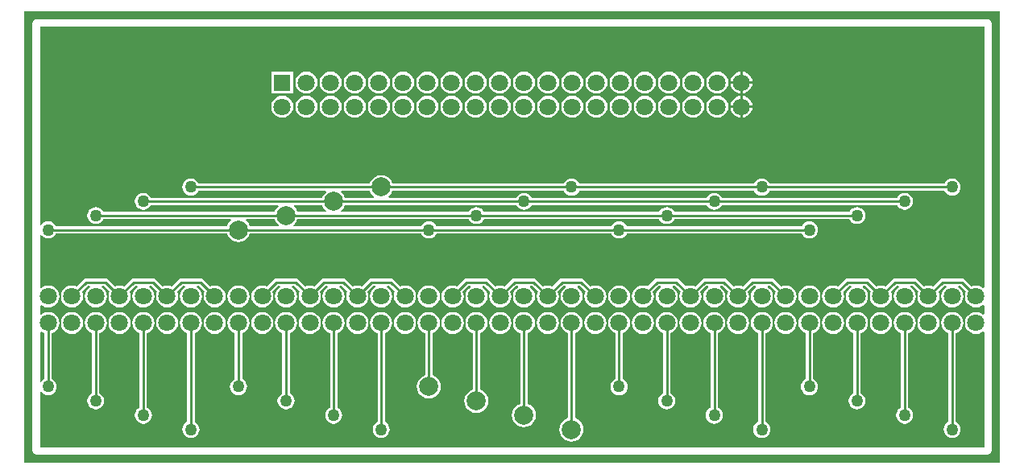
<source format=gtl>
G04 Layer_Physical_Order=1*
G04 Layer_Color=255*
%FSLAX25Y25*%
%MOIN*%
G70*
G01*
G75*
%ADD10C,0.01000*%
%ADD11C,0.07087*%
%ADD12R,0.07087X0.07087*%
%ADD13C,0.07874*%
%ADD14C,0.05000*%
G36*
X600394Y226378D02*
X196850D01*
Y413386D01*
X600394D01*
Y226378D01*
D02*
G37*
%LPC*%
G36*
X595472Y409994D02*
X201772D01*
X201186Y409877D01*
X200690Y409546D01*
X200359Y409050D01*
X200242Y408465D01*
Y231299D01*
X200359Y230714D01*
X200690Y230218D01*
X201186Y229886D01*
X201772Y229770D01*
X595472D01*
X596058Y229886D01*
X596554Y230218D01*
X596885Y230714D01*
X597002Y231299D01*
Y408465D01*
X596885Y409050D01*
X596554Y409546D01*
X596058Y409877D01*
X595472Y409994D01*
D02*
G37*
%LPD*%
G36*
X340176Y338061D02*
X340967Y337030D01*
X341430Y336675D01*
X341260Y336175D01*
X329513D01*
X329116Y337136D01*
X328324Y338167D01*
X327862Y338522D01*
X328031Y339022D01*
X339778D01*
X340176Y338061D01*
D02*
G37*
G36*
X593943Y299030D02*
X593443Y298783D01*
X592842Y299244D01*
X591737Y299702D01*
X590551Y299858D01*
X589365Y299702D01*
X588603Y299386D01*
X585727Y302262D01*
X585231Y302594D01*
X584646Y302711D01*
X576772D01*
X576186Y302594D01*
X575690Y302262D01*
X572814Y299386D01*
X572052Y299702D01*
X570866Y299858D01*
X569680Y299702D01*
X568918Y299386D01*
X566042Y302262D01*
X565546Y302594D01*
X564961Y302711D01*
X557087D01*
X556501Y302594D01*
X556005Y302262D01*
X553129Y299386D01*
X552367Y299702D01*
X551181Y299858D01*
X549995Y299702D01*
X549233Y299386D01*
X546357Y302262D01*
X545861Y302594D01*
X545276Y302711D01*
X537402D01*
X536816Y302594D01*
X536320Y302262D01*
X533444Y299386D01*
X532682Y299702D01*
X531496Y299858D01*
X530310Y299702D01*
X529205Y299244D01*
X528256Y298516D01*
X527528Y297567D01*
X527070Y296462D01*
X526914Y295276D01*
X527070Y294090D01*
X527528Y292984D01*
X528256Y292035D01*
X529205Y291307D01*
X530310Y290849D01*
X531496Y290693D01*
X532682Y290849D01*
X533787Y291307D01*
X534736Y292035D01*
X535465Y292984D01*
X535922Y294090D01*
X536079Y295276D01*
X535922Y296462D01*
X535607Y297223D01*
X538035Y299652D01*
X538784D01*
X538927Y299152D01*
X538098Y298516D01*
X537370Y297567D01*
X536912Y296462D01*
X536756Y295276D01*
X536912Y294090D01*
X537370Y292984D01*
X538098Y292035D01*
X539047Y291307D01*
X540153Y290849D01*
X541339Y290693D01*
X542525Y290849D01*
X543630Y291307D01*
X544579Y292035D01*
X545307Y292984D01*
X545765Y294090D01*
X545921Y295276D01*
X545765Y296462D01*
X545307Y297567D01*
X544579Y298516D01*
X543750Y299152D01*
X543894Y299652D01*
X544642D01*
X547070Y297223D01*
X546755Y296462D01*
X546599Y295276D01*
X546755Y294090D01*
X547213Y292984D01*
X547941Y292035D01*
X548890Y291307D01*
X549995Y290849D01*
X551181Y290693D01*
X552367Y290849D01*
X553472Y291307D01*
X554421Y292035D01*
X555150Y292984D01*
X555608Y294090D01*
X555764Y295276D01*
X555608Y296462D01*
X555292Y297223D01*
X557720Y299652D01*
X558469D01*
X558612Y299152D01*
X557783Y298516D01*
X557055Y297567D01*
X556597Y296462D01*
X556441Y295276D01*
X556597Y294090D01*
X557055Y292984D01*
X557783Y292035D01*
X558732Y291307D01*
X559838Y290849D01*
X561024Y290693D01*
X562210Y290849D01*
X563315Y291307D01*
X564264Y292035D01*
X564992Y292984D01*
X565450Y294090D01*
X565606Y295276D01*
X565450Y296462D01*
X564992Y297567D01*
X564264Y298516D01*
X563435Y299152D01*
X563579Y299652D01*
X564327D01*
X566755Y297223D01*
X566440Y296462D01*
X566284Y295276D01*
X566440Y294090D01*
X566898Y292984D01*
X567626Y292035D01*
X568575Y291307D01*
X569680Y290849D01*
X570866Y290693D01*
X572052Y290849D01*
X573157Y291307D01*
X574107Y292035D01*
X574835Y292984D01*
X575292Y294090D01*
X575449Y295276D01*
X575292Y296462D01*
X574977Y297223D01*
X577405Y299652D01*
X578154D01*
X578297Y299152D01*
X577468Y298516D01*
X576740Y297567D01*
X576282Y296462D01*
X576126Y295276D01*
X576282Y294090D01*
X576740Y292984D01*
X577468Y292035D01*
X578417Y291307D01*
X579523Y290849D01*
X580709Y290693D01*
X581895Y290849D01*
X583000Y291307D01*
X583949Y292035D01*
X584677Y292984D01*
X585135Y294090D01*
X585291Y295276D01*
X585135Y296462D01*
X584677Y297567D01*
X583949Y298516D01*
X583120Y299152D01*
X583264Y299652D01*
X584012D01*
X586440Y297223D01*
X586125Y296462D01*
X585969Y295276D01*
X586125Y294090D01*
X586583Y292984D01*
X587311Y292035D01*
X588260Y291307D01*
X589365Y290849D01*
X590551Y290693D01*
X591737Y290849D01*
X592842Y291307D01*
X593443Y291768D01*
X593943Y291521D01*
Y288006D01*
X593443Y287760D01*
X592842Y288221D01*
X591737Y288678D01*
X590551Y288835D01*
X589365Y288678D01*
X588260Y288221D01*
X587311Y287492D01*
X586583Y286543D01*
X586125Y285438D01*
X585969Y284252D01*
X586125Y283066D01*
X586583Y281961D01*
X587311Y281012D01*
X588260Y280283D01*
X589365Y279826D01*
X590551Y279669D01*
X591737Y279826D01*
X592842Y280283D01*
X593443Y280744D01*
X593943Y280498D01*
Y232829D01*
X203301D01*
Y255724D01*
X203801Y255893D01*
X204197Y255378D01*
X204928Y254817D01*
X205779Y254464D01*
X206693Y254344D01*
X207607Y254464D01*
X208458Y254817D01*
X209189Y255378D01*
X209750Y256109D01*
X210103Y256960D01*
X210223Y257874D01*
X210103Y258788D01*
X209750Y259639D01*
X209189Y260370D01*
X208458Y260931D01*
X208222Y261029D01*
Y279968D01*
X208984Y280283D01*
X209933Y281012D01*
X210662Y281961D01*
X211119Y283066D01*
X211275Y284252D01*
X211119Y285438D01*
X210662Y286543D01*
X209933Y287492D01*
X208984Y288221D01*
X207879Y288678D01*
X206693Y288835D01*
X205507Y288678D01*
X204402Y288221D01*
X203801Y287760D01*
X203301Y288006D01*
Y291521D01*
X203801Y291768D01*
X204402Y291307D01*
X205507Y290849D01*
X206693Y290693D01*
X207879Y290849D01*
X208984Y291307D01*
X209933Y292035D01*
X210662Y292984D01*
X211119Y294090D01*
X211275Y295276D01*
X211119Y296462D01*
X210662Y297567D01*
X209933Y298516D01*
X208984Y299244D01*
X207879Y299702D01*
X206693Y299858D01*
X205507Y299702D01*
X204402Y299244D01*
X203801Y298783D01*
X203301Y299030D01*
Y320684D01*
X203801Y320854D01*
X204197Y320338D01*
X204928Y319777D01*
X205779Y319425D01*
X206693Y319304D01*
X207607Y319425D01*
X208458Y319777D01*
X209189Y320338D01*
X209750Y321070D01*
X209848Y321305D01*
X280723D01*
X281121Y320345D01*
X281912Y319314D01*
X282943Y318522D01*
X284144Y318025D01*
X285433Y317855D01*
X286722Y318025D01*
X287923Y318522D01*
X288954Y319314D01*
X289745Y320345D01*
X290143Y321305D01*
X361018D01*
X361116Y321070D01*
X361677Y320338D01*
X362408Y319777D01*
X363260Y319425D01*
X364173Y319304D01*
X365087Y319425D01*
X365938Y319777D01*
X366670Y320338D01*
X367231Y321070D01*
X367328Y321305D01*
X439758D01*
X439856Y321070D01*
X440417Y320338D01*
X441148Y319777D01*
X442000Y319425D01*
X442913Y319304D01*
X443827Y319425D01*
X444678Y319777D01*
X445410Y320338D01*
X445971Y321070D01*
X446068Y321305D01*
X518499D01*
X518596Y321070D01*
X519157Y320338D01*
X519888Y319777D01*
X520740Y319425D01*
X521654Y319304D01*
X522567Y319425D01*
X523419Y319777D01*
X524150Y320338D01*
X524711Y321070D01*
X525064Y321921D01*
X525184Y322835D01*
X525064Y323748D01*
X524711Y324600D01*
X524150Y325331D01*
X523419Y325892D01*
X522567Y326245D01*
X521654Y326365D01*
X520740Y326245D01*
X519888Y325892D01*
X519157Y325331D01*
X518596Y324600D01*
X518499Y324364D01*
X446068D01*
X445971Y324600D01*
X445410Y325331D01*
X444678Y325892D01*
X443827Y326245D01*
X442913Y326365D01*
X442000Y326245D01*
X441148Y325892D01*
X440417Y325331D01*
X439856Y324600D01*
X439758Y324364D01*
X367328D01*
X367231Y324600D01*
X366670Y325331D01*
X365938Y325892D01*
X365087Y326245D01*
X364173Y326365D01*
X363260Y326245D01*
X362408Y325892D01*
X361677Y325331D01*
X361116Y324600D01*
X361018Y324364D01*
X308346D01*
X308177Y324864D01*
X308639Y325219D01*
X309431Y326250D01*
X309828Y327211D01*
X380703D01*
X380801Y326975D01*
X381362Y326244D01*
X382093Y325683D01*
X382945Y325330D01*
X383858Y325210D01*
X384772Y325330D01*
X385623Y325683D01*
X386354Y326244D01*
X386915Y326975D01*
X387013Y327211D01*
X459444D01*
X459541Y326975D01*
X460102Y326244D01*
X460833Y325683D01*
X461685Y325330D01*
X462598Y325210D01*
X463512Y325330D01*
X464363Y325683D01*
X465095Y326244D01*
X465656Y326975D01*
X465753Y327211D01*
X538184D01*
X538281Y326975D01*
X538842Y326244D01*
X539573Y325683D01*
X540425Y325330D01*
X541339Y325210D01*
X542252Y325330D01*
X543104Y325683D01*
X543835Y326244D01*
X544396Y326975D01*
X544748Y327826D01*
X544869Y328740D01*
X544748Y329654D01*
X544396Y330505D01*
X543835Y331236D01*
X543104Y331797D01*
X542252Y332150D01*
X541339Y332270D01*
X540425Y332150D01*
X539573Y331797D01*
X538842Y331236D01*
X538281Y330505D01*
X538184Y330270D01*
X465753D01*
X465656Y330505D01*
X465095Y331236D01*
X464363Y331797D01*
X463512Y332150D01*
X462598Y332270D01*
X461685Y332150D01*
X460833Y331797D01*
X460102Y331236D01*
X459541Y330505D01*
X459444Y330270D01*
X387013D01*
X386915Y330505D01*
X386354Y331236D01*
X385623Y331797D01*
X384772Y332150D01*
X383858Y332270D01*
X382945Y332150D01*
X382093Y331797D01*
X381362Y331236D01*
X380801Y330505D01*
X380703Y330270D01*
X328031D01*
X327862Y330769D01*
X328324Y331124D01*
X329116Y332156D01*
X329513Y333116D01*
X400388D01*
X400486Y332881D01*
X401047Y332149D01*
X401778Y331588D01*
X402630Y331236D01*
X403543Y331116D01*
X404457Y331236D01*
X405308Y331588D01*
X406039Y332149D01*
X406601Y332881D01*
X406698Y333116D01*
X479129D01*
X479226Y332881D01*
X479787Y332149D01*
X480518Y331588D01*
X481370Y331236D01*
X482283Y331116D01*
X483197Y331236D01*
X484049Y331588D01*
X484780Y332149D01*
X485341Y332881D01*
X485438Y333116D01*
X557869D01*
X557966Y332881D01*
X558527Y332149D01*
X559259Y331588D01*
X560110Y331236D01*
X561024Y331116D01*
X561937Y331236D01*
X562789Y331588D01*
X563520Y332149D01*
X564081Y332881D01*
X564433Y333732D01*
X564554Y334646D01*
X564433Y335559D01*
X564081Y336411D01*
X563520Y337142D01*
X562789Y337703D01*
X561937Y338056D01*
X561024Y338176D01*
X560110Y338056D01*
X559259Y337703D01*
X558527Y337142D01*
X557966Y336411D01*
X557869Y336175D01*
X485438D01*
X485341Y336411D01*
X484780Y337142D01*
X484049Y337703D01*
X483197Y338056D01*
X482283Y338176D01*
X481370Y338056D01*
X480518Y337703D01*
X479787Y337142D01*
X479226Y336411D01*
X479129Y336175D01*
X406698D01*
X406601Y336411D01*
X406039Y337142D01*
X405308Y337703D01*
X404457Y338056D01*
X403543Y338176D01*
X402630Y338056D01*
X401778Y337703D01*
X401047Y337142D01*
X400486Y336411D01*
X400388Y336175D01*
X347716D01*
X347547Y336675D01*
X348009Y337030D01*
X348801Y338061D01*
X349199Y339022D01*
X420074D01*
X420171Y338786D01*
X420732Y338055D01*
X421463Y337494D01*
X422315Y337141D01*
X423228Y337021D01*
X424142Y337141D01*
X424993Y337494D01*
X425725Y338055D01*
X426286Y338786D01*
X426383Y339022D01*
X498814D01*
X498911Y338786D01*
X499472Y338055D01*
X500203Y337494D01*
X501055Y337141D01*
X501968Y337021D01*
X502882Y337141D01*
X503734Y337494D01*
X504465Y338055D01*
X505026Y338786D01*
X505123Y339022D01*
X577554D01*
X577651Y338786D01*
X578212Y338055D01*
X578944Y337494D01*
X579795Y337141D01*
X580709Y337021D01*
X581622Y337141D01*
X582474Y337494D01*
X583205Y338055D01*
X583766Y338786D01*
X584119Y339637D01*
X584239Y340551D01*
X584119Y341465D01*
X583766Y342316D01*
X583205Y343047D01*
X582474Y343608D01*
X581622Y343961D01*
X580709Y344081D01*
X579795Y343961D01*
X578944Y343608D01*
X578212Y343047D01*
X577651Y342316D01*
X577554Y342081D01*
X505123D01*
X505026Y342316D01*
X504465Y343047D01*
X503734Y343608D01*
X502882Y343961D01*
X501968Y344081D01*
X501055Y343961D01*
X500203Y343608D01*
X499472Y343047D01*
X498911Y342316D01*
X498814Y342081D01*
X426383D01*
X426286Y342316D01*
X425725Y343047D01*
X424993Y343608D01*
X424142Y343961D01*
X423228Y344081D01*
X422315Y343961D01*
X421463Y343608D01*
X420732Y343047D01*
X420171Y342316D01*
X420074Y342081D01*
X349199D01*
X348801Y343041D01*
X348009Y344072D01*
X346978Y344864D01*
X345777Y345361D01*
X344488Y345531D01*
X343199Y345361D01*
X341998Y344864D01*
X340967Y344072D01*
X340176Y343041D01*
X339778Y342081D01*
X268903D01*
X268805Y342316D01*
X268244Y343047D01*
X267513Y343608D01*
X266662Y343961D01*
X265748Y344081D01*
X264834Y343961D01*
X263983Y343608D01*
X263252Y343047D01*
X262691Y342316D01*
X262338Y341465D01*
X262218Y340551D01*
X262338Y339637D01*
X262691Y338786D01*
X263252Y338055D01*
X263983Y337494D01*
X264834Y337141D01*
X265748Y337021D01*
X266662Y337141D01*
X267513Y337494D01*
X268244Y338055D01*
X268805Y338786D01*
X268903Y339022D01*
X321575D01*
X321745Y338522D01*
X321282Y338167D01*
X320491Y337136D01*
X320093Y336175D01*
X249218D01*
X249120Y336411D01*
X248559Y337142D01*
X247828Y337703D01*
X246977Y338056D01*
X246063Y338176D01*
X245149Y338056D01*
X244298Y337703D01*
X243567Y337142D01*
X243006Y336411D01*
X242653Y335559D01*
X242533Y334646D01*
X242653Y333732D01*
X243006Y332881D01*
X243567Y332149D01*
X244298Y331588D01*
X245149Y331236D01*
X246063Y331116D01*
X246977Y331236D01*
X247828Y331588D01*
X248559Y332149D01*
X249120Y332881D01*
X249218Y333116D01*
X301890D01*
X302060Y332616D01*
X301597Y332261D01*
X300806Y331230D01*
X300408Y330270D01*
X229533D01*
X229435Y330505D01*
X228874Y331236D01*
X228143Y331797D01*
X227292Y332150D01*
X226378Y332270D01*
X225464Y332150D01*
X224613Y331797D01*
X223882Y331236D01*
X223321Y330505D01*
X222968Y329654D01*
X222848Y328740D01*
X222968Y327826D01*
X223321Y326975D01*
X223882Y326244D01*
X224613Y325683D01*
X225464Y325330D01*
X226378Y325210D01*
X227292Y325330D01*
X228143Y325683D01*
X228874Y326244D01*
X229435Y326975D01*
X229533Y327211D01*
X282205D01*
X282375Y326711D01*
X281912Y326356D01*
X281121Y325325D01*
X280723Y324364D01*
X209848D01*
X209750Y324600D01*
X209189Y325331D01*
X208458Y325892D01*
X207607Y326245D01*
X206693Y326365D01*
X205779Y326245D01*
X204928Y325892D01*
X204197Y325331D01*
X203801Y324815D01*
X203301Y324985D01*
Y406935D01*
X593943D01*
Y299030D01*
D02*
G37*
G36*
X320491Y332156D02*
X321282Y331124D01*
X321745Y330769D01*
X321575Y330270D01*
X309828D01*
X309431Y331230D01*
X308639Y332261D01*
X308177Y332616D01*
X308346Y333116D01*
X320093D01*
X320491Y332156D01*
D02*
G37*
G36*
X204402Y280283D02*
X205164Y279968D01*
Y261029D01*
X204928Y260931D01*
X204197Y260370D01*
X203801Y259855D01*
X203301Y260024D01*
Y280498D01*
X203801Y280744D01*
X204402Y280283D01*
D02*
G37*
G36*
X300806Y326250D02*
X301597Y325219D01*
X302060Y324864D01*
X301890Y324364D01*
X290143D01*
X289745Y325325D01*
X288954Y326356D01*
X288492Y326711D01*
X288661Y327211D01*
X300408D01*
X300806Y326250D01*
D02*
G37*
%LPC*%
G36*
X374016Y288835D02*
X372830Y288678D01*
X371725Y288221D01*
X370775Y287492D01*
X370047Y286543D01*
X369589Y285438D01*
X369433Y284252D01*
X369589Y283066D01*
X370047Y281961D01*
X370775Y281012D01*
X371725Y280283D01*
X372830Y279826D01*
X374016Y279669D01*
X375202Y279826D01*
X376307Y280283D01*
X377256Y281012D01*
X377984Y281961D01*
X378442Y283066D01*
X378598Y284252D01*
X378442Y285438D01*
X377984Y286543D01*
X377256Y287492D01*
X376307Y288221D01*
X375202Y288678D01*
X374016Y288835D01*
D02*
G37*
G36*
X354331D02*
X353145Y288678D01*
X352040Y288221D01*
X351090Y287492D01*
X350362Y286543D01*
X349904Y285438D01*
X349748Y284252D01*
X349904Y283066D01*
X350362Y281961D01*
X351090Y281012D01*
X352040Y280283D01*
X353145Y279826D01*
X354331Y279669D01*
X355517Y279826D01*
X356622Y280283D01*
X357571Y281012D01*
X358299Y281961D01*
X358757Y283066D01*
X358913Y284252D01*
X358757Y285438D01*
X358299Y286543D01*
X357571Y287492D01*
X356622Y288221D01*
X355517Y288678D01*
X354331Y288835D01*
D02*
G37*
G36*
X393701D02*
X392515Y288678D01*
X391409Y288221D01*
X390460Y287492D01*
X389732Y286543D01*
X389274Y285438D01*
X389118Y284252D01*
X389274Y283066D01*
X389732Y281961D01*
X390460Y281012D01*
X391409Y280283D01*
X392515Y279826D01*
X393701Y279669D01*
X394887Y279826D01*
X395992Y280283D01*
X396941Y281012D01*
X397669Y281961D01*
X398127Y283066D01*
X398283Y284252D01*
X398127Y285438D01*
X397669Y286543D01*
X396941Y287492D01*
X395992Y288221D01*
X394887Y288678D01*
X393701Y288835D01*
D02*
G37*
G36*
X433071D02*
X431885Y288678D01*
X430780Y288221D01*
X429831Y287492D01*
X429102Y286543D01*
X428645Y285438D01*
X428488Y284252D01*
X428645Y283066D01*
X429102Y281961D01*
X429831Y281012D01*
X430780Y280283D01*
X431885Y279826D01*
X433071Y279669D01*
X434257Y279826D01*
X435362Y280283D01*
X436311Y281012D01*
X437039Y281961D01*
X437497Y283066D01*
X437653Y284252D01*
X437497Y285438D01*
X437039Y286543D01*
X436311Y287492D01*
X435362Y288221D01*
X434257Y288678D01*
X433071Y288835D01*
D02*
G37*
G36*
X413386D02*
X412200Y288678D01*
X411095Y288221D01*
X410146Y287492D01*
X409417Y286543D01*
X408959Y285438D01*
X408803Y284252D01*
X408959Y283066D01*
X409417Y281961D01*
X410146Y281012D01*
X411095Y280283D01*
X412200Y279826D01*
X413386Y279669D01*
X414572Y279826D01*
X415677Y280283D01*
X416626Y281012D01*
X417354Y281961D01*
X417812Y283066D01*
X417968Y284252D01*
X417812Y285438D01*
X417354Y286543D01*
X416626Y287492D01*
X415677Y288221D01*
X414572Y288678D01*
X413386Y288835D01*
D02*
G37*
G36*
X334646D02*
X333460Y288678D01*
X332354Y288221D01*
X331405Y287492D01*
X330677Y286543D01*
X330219Y285438D01*
X330063Y284252D01*
X330219Y283066D01*
X330677Y281961D01*
X331405Y281012D01*
X332354Y280283D01*
X333460Y279826D01*
X334646Y279669D01*
X335832Y279826D01*
X336937Y280283D01*
X337886Y281012D01*
X338614Y281961D01*
X339072Y283066D01*
X339228Y284252D01*
X339072Y285438D01*
X338614Y286543D01*
X337886Y287492D01*
X336937Y288221D01*
X335832Y288678D01*
X334646Y288835D01*
D02*
G37*
G36*
X255906D02*
X254719Y288678D01*
X253614Y288221D01*
X252665Y287492D01*
X251937Y286543D01*
X251479Y285438D01*
X251323Y284252D01*
X251479Y283066D01*
X251937Y281961D01*
X252665Y281012D01*
X253614Y280283D01*
X254719Y279826D01*
X255906Y279669D01*
X257092Y279826D01*
X258197Y280283D01*
X259146Y281012D01*
X259874Y281961D01*
X260332Y283066D01*
X260488Y284252D01*
X260332Y285438D01*
X259874Y286543D01*
X259146Y287492D01*
X258197Y288221D01*
X257092Y288678D01*
X255906Y288835D01*
D02*
G37*
G36*
X236221D02*
X235034Y288678D01*
X233929Y288221D01*
X232980Y287492D01*
X232252Y286543D01*
X231794Y285438D01*
X231638Y284252D01*
X231794Y283066D01*
X232252Y281961D01*
X232980Y281012D01*
X233929Y280283D01*
X235034Y279826D01*
X236221Y279669D01*
X237406Y279826D01*
X238512Y280283D01*
X239461Y281012D01*
X240189Y281961D01*
X240647Y283066D01*
X240803Y284252D01*
X240647Y285438D01*
X240189Y286543D01*
X239461Y287492D01*
X238512Y288221D01*
X237406Y288678D01*
X236221Y288835D01*
D02*
G37*
G36*
X275590D02*
X274405Y288678D01*
X273299Y288221D01*
X272350Y287492D01*
X271622Y286543D01*
X271164Y285438D01*
X271008Y284252D01*
X271164Y283066D01*
X271622Y281961D01*
X272350Y281012D01*
X273299Y280283D01*
X274405Y279826D01*
X275590Y279669D01*
X276777Y279826D01*
X277882Y280283D01*
X278831Y281012D01*
X279559Y281961D01*
X280017Y283066D01*
X280173Y284252D01*
X280017Y285438D01*
X279559Y286543D01*
X278831Y287492D01*
X277882Y288221D01*
X276777Y288678D01*
X275590Y288835D01*
D02*
G37*
G36*
X314961D02*
X313775Y288678D01*
X312669Y288221D01*
X311720Y287492D01*
X310992Y286543D01*
X310534Y285438D01*
X310378Y284252D01*
X310534Y283066D01*
X310992Y281961D01*
X311720Y281012D01*
X312669Y280283D01*
X313775Y279826D01*
X314961Y279669D01*
X316147Y279826D01*
X317252Y280283D01*
X318201Y281012D01*
X318929Y281961D01*
X319387Y283066D01*
X319543Y284252D01*
X319387Y285438D01*
X318929Y286543D01*
X318201Y287492D01*
X317252Y288221D01*
X316147Y288678D01*
X314961Y288835D01*
D02*
G37*
G36*
X295276D02*
X294090Y288678D01*
X292984Y288221D01*
X292035Y287492D01*
X291307Y286543D01*
X290849Y285438D01*
X290693Y284252D01*
X290849Y283066D01*
X291307Y281961D01*
X292035Y281012D01*
X292984Y280283D01*
X294090Y279826D01*
X295276Y279669D01*
X296462Y279826D01*
X297567Y280283D01*
X298516Y281012D01*
X299244Y281961D01*
X299702Y283066D01*
X299858Y284252D01*
X299702Y285438D01*
X299244Y286543D01*
X298516Y287492D01*
X297567Y288221D01*
X296462Y288678D01*
X295276Y288835D01*
D02*
G37*
G36*
X452756D02*
X451570Y288678D01*
X450465Y288221D01*
X449516Y287492D01*
X448787Y286543D01*
X448330Y285438D01*
X448173Y284252D01*
X448330Y283066D01*
X448787Y281961D01*
X449516Y281012D01*
X450465Y280283D01*
X451570Y279826D01*
X452756Y279669D01*
X453942Y279826D01*
X455047Y280283D01*
X455996Y281012D01*
X456725Y281961D01*
X457182Y283066D01*
X457338Y284252D01*
X457182Y285438D01*
X456725Y286543D01*
X455996Y287492D01*
X455047Y288221D01*
X453942Y288678D01*
X452756Y288835D01*
D02*
G37*
G36*
X364173Y299858D02*
X362987Y299702D01*
X361882Y299244D01*
X360933Y298516D01*
X360205Y297567D01*
X359747Y296462D01*
X359591Y295276D01*
X359747Y294090D01*
X360205Y292984D01*
X360933Y292035D01*
X361882Y291307D01*
X362987Y290849D01*
X364173Y290693D01*
X365359Y290849D01*
X366464Y291307D01*
X367413Y292035D01*
X368142Y292984D01*
X368600Y294090D01*
X368756Y295276D01*
X368600Y296462D01*
X368142Y297567D01*
X367413Y298516D01*
X366464Y299244D01*
X365359Y299702D01*
X364173Y299858D01*
D02*
G37*
G36*
X285433D02*
X284247Y299702D01*
X283142Y299244D01*
X282193Y298516D01*
X281465Y297567D01*
X281007Y296462D01*
X280851Y295276D01*
X281007Y294090D01*
X281465Y292984D01*
X282193Y292035D01*
X283142Y291307D01*
X284247Y290849D01*
X285433Y290693D01*
X286619Y290849D01*
X287724Y291307D01*
X288673Y292035D01*
X289402Y292984D01*
X289859Y294090D01*
X290016Y295276D01*
X289859Y296462D01*
X289402Y297567D01*
X288673Y298516D01*
X287724Y299244D01*
X286619Y299702D01*
X285433Y299858D01*
D02*
G37*
G36*
X442913D02*
X441727Y299702D01*
X440622Y299244D01*
X439673Y298516D01*
X438945Y297567D01*
X438487Y296462D01*
X438331Y295276D01*
X438487Y294090D01*
X438945Y292984D01*
X439673Y292035D01*
X440622Y291307D01*
X441727Y290849D01*
X442913Y290693D01*
X444099Y290849D01*
X445205Y291307D01*
X446154Y292035D01*
X446882Y292984D01*
X447340Y294090D01*
X447496Y295276D01*
X447340Y296462D01*
X446882Y297567D01*
X446154Y298516D01*
X445205Y299244D01*
X444099Y299702D01*
X442913Y299858D01*
D02*
G37*
G36*
X269685Y302711D02*
X261811D01*
X261226Y302594D01*
X260730Y302262D01*
X257853Y299386D01*
X257092Y299702D01*
X255906Y299858D01*
X254719Y299702D01*
X253958Y299386D01*
X251081Y302262D01*
X250585Y302594D01*
X250000Y302711D01*
X242126D01*
X241541Y302594D01*
X241044Y302262D01*
X238168Y299386D01*
X237406Y299702D01*
X236221Y299858D01*
X235034Y299702D01*
X234273Y299386D01*
X231396Y302262D01*
X230900Y302594D01*
X230315Y302711D01*
X222441D01*
X221856Y302594D01*
X221359Y302262D01*
X218483Y299386D01*
X217722Y299702D01*
X216535Y299858D01*
X215349Y299702D01*
X214244Y299244D01*
X213295Y298516D01*
X212567Y297567D01*
X212109Y296462D01*
X211953Y295276D01*
X212109Y294090D01*
X212567Y292984D01*
X213295Y292035D01*
X214244Y291307D01*
X215349Y290849D01*
X216535Y290693D01*
X217722Y290849D01*
X218827Y291307D01*
X219776Y292035D01*
X220504Y292984D01*
X220962Y294090D01*
X221118Y295276D01*
X220962Y296462D01*
X220646Y297223D01*
X223074Y299652D01*
X223823D01*
X223966Y299152D01*
X223138Y298516D01*
X222409Y297567D01*
X221952Y296462D01*
X221795Y295276D01*
X221952Y294090D01*
X222409Y292984D01*
X223138Y292035D01*
X224087Y291307D01*
X225192Y290849D01*
X226378Y290693D01*
X227564Y290849D01*
X228669Y291307D01*
X229618Y292035D01*
X230346Y292984D01*
X230804Y294090D01*
X230960Y295276D01*
X230804Y296462D01*
X230346Y297567D01*
X229618Y298516D01*
X228790Y299152D01*
X228933Y299652D01*
X229681D01*
X232110Y297223D01*
X231794Y296462D01*
X231638Y295276D01*
X231794Y294090D01*
X232252Y292984D01*
X232980Y292035D01*
X233929Y291307D01*
X235034Y290849D01*
X236221Y290693D01*
X237406Y290849D01*
X238512Y291307D01*
X239461Y292035D01*
X240189Y292984D01*
X240647Y294090D01*
X240803Y295276D01*
X240647Y296462D01*
X240331Y297223D01*
X242759Y299652D01*
X243508D01*
X243651Y299152D01*
X242823Y298516D01*
X242094Y297567D01*
X241637Y296462D01*
X241480Y295276D01*
X241637Y294090D01*
X242094Y292984D01*
X242823Y292035D01*
X243772Y291307D01*
X244877Y290849D01*
X246063Y290693D01*
X247249Y290849D01*
X248354Y291307D01*
X249303Y292035D01*
X250032Y292984D01*
X250489Y294090D01*
X250645Y295276D01*
X250489Y296462D01*
X250032Y297567D01*
X249303Y298516D01*
X248475Y299152D01*
X248618Y299652D01*
X249366D01*
X251795Y297223D01*
X251479Y296462D01*
X251323Y295276D01*
X251479Y294090D01*
X251937Y292984D01*
X252665Y292035D01*
X253614Y291307D01*
X254719Y290849D01*
X255906Y290693D01*
X257092Y290849D01*
X258197Y291307D01*
X259146Y292035D01*
X259874Y292984D01*
X260332Y294090D01*
X260488Y295276D01*
X260332Y296462D01*
X260016Y297223D01*
X262444Y299652D01*
X263193D01*
X263336Y299152D01*
X262508Y298516D01*
X261779Y297567D01*
X261322Y296462D01*
X261165Y295276D01*
X261322Y294090D01*
X261779Y292984D01*
X262508Y292035D01*
X263457Y291307D01*
X264562Y290849D01*
X265748Y290693D01*
X266934Y290849D01*
X268039Y291307D01*
X268988Y292035D01*
X269717Y292984D01*
X270174Y294090D01*
X270331Y295276D01*
X270174Y296462D01*
X269717Y297567D01*
X268988Y298516D01*
X268160Y299152D01*
X268303Y299652D01*
X269052D01*
X271480Y297223D01*
X271164Y296462D01*
X271008Y295276D01*
X271164Y294090D01*
X271622Y292984D01*
X272350Y292035D01*
X273299Y291307D01*
X274405Y290849D01*
X275590Y290693D01*
X276777Y290849D01*
X277882Y291307D01*
X278831Y292035D01*
X279559Y292984D01*
X280017Y294090D01*
X280173Y295276D01*
X280017Y296462D01*
X279559Y297567D01*
X278831Y298516D01*
X277882Y299244D01*
X276777Y299702D01*
X275590Y299858D01*
X274405Y299702D01*
X273643Y299386D01*
X270766Y302262D01*
X270270Y302594D01*
X269685Y302711D01*
D02*
G37*
G36*
X521654Y299858D02*
X520468Y299702D01*
X519362Y299244D01*
X518413Y298516D01*
X517685Y297567D01*
X517227Y296462D01*
X517071Y295276D01*
X517227Y294090D01*
X517685Y292984D01*
X518413Y292035D01*
X519362Y291307D01*
X520468Y290849D01*
X521654Y290693D01*
X522840Y290849D01*
X523945Y291307D01*
X524894Y292035D01*
X525622Y292984D01*
X526080Y294090D01*
X526236Y295276D01*
X526080Y296462D01*
X525622Y297567D01*
X524894Y298516D01*
X523945Y299244D01*
X522840Y299702D01*
X521654Y299858D01*
D02*
G37*
G36*
X570866Y288835D02*
X569680Y288678D01*
X568575Y288221D01*
X567626Y287492D01*
X566898Y286543D01*
X566440Y285438D01*
X566284Y284252D01*
X566440Y283066D01*
X566898Y281961D01*
X567626Y281012D01*
X568575Y280283D01*
X569680Y279826D01*
X570866Y279669D01*
X572052Y279826D01*
X573157Y280283D01*
X574107Y281012D01*
X574835Y281961D01*
X575292Y283066D01*
X575449Y284252D01*
X575292Y285438D01*
X574835Y286543D01*
X574107Y287492D01*
X573157Y288221D01*
X572052Y288678D01*
X570866Y288835D01*
D02*
G37*
G36*
X492126D02*
X490940Y288678D01*
X489835Y288221D01*
X488886Y287492D01*
X488157Y286543D01*
X487700Y285438D01*
X487543Y284252D01*
X487700Y283066D01*
X488157Y281961D01*
X488886Y281012D01*
X489835Y280283D01*
X490940Y279826D01*
X492126Y279669D01*
X493312Y279826D01*
X494417Y280283D01*
X495366Y281012D01*
X496095Y281961D01*
X496552Y283066D01*
X496708Y284252D01*
X496552Y285438D01*
X496095Y286543D01*
X495366Y287492D01*
X494417Y288221D01*
X493312Y288678D01*
X492126Y288835D01*
D02*
G37*
G36*
X472441D02*
X471255Y288678D01*
X470150Y288221D01*
X469201Y287492D01*
X468472Y286543D01*
X468015Y285438D01*
X467858Y284252D01*
X468015Y283066D01*
X468472Y281961D01*
X469201Y281012D01*
X470150Y280283D01*
X471255Y279826D01*
X472441Y279669D01*
X473627Y279826D01*
X474732Y280283D01*
X475681Y281012D01*
X476409Y281961D01*
X476867Y283066D01*
X477023Y284252D01*
X476867Y285438D01*
X476409Y286543D01*
X475681Y287492D01*
X474732Y288221D01*
X473627Y288678D01*
X472441Y288835D01*
D02*
G37*
G36*
X511811D02*
X510625Y288678D01*
X509520Y288221D01*
X508571Y287492D01*
X507842Y286543D01*
X507385Y285438D01*
X507229Y284252D01*
X507385Y283066D01*
X507842Y281961D01*
X508571Y281012D01*
X509520Y280283D01*
X510625Y279826D01*
X511811Y279669D01*
X512997Y279826D01*
X514102Y280283D01*
X515051Y281012D01*
X515780Y281961D01*
X516237Y283066D01*
X516394Y284252D01*
X516237Y285438D01*
X515780Y286543D01*
X515051Y287492D01*
X514102Y288221D01*
X512997Y288678D01*
X511811Y288835D01*
D02*
G37*
G36*
X551181D02*
X549995Y288678D01*
X548890Y288221D01*
X547941Y287492D01*
X547213Y286543D01*
X546755Y285438D01*
X546599Y284252D01*
X546755Y283066D01*
X547213Y281961D01*
X547941Y281012D01*
X548890Y280283D01*
X549995Y279826D01*
X551181Y279669D01*
X552367Y279826D01*
X553472Y280283D01*
X554421Y281012D01*
X555150Y281961D01*
X555608Y283066D01*
X555764Y284252D01*
X555608Y285438D01*
X555150Y286543D01*
X554421Y287492D01*
X553472Y288221D01*
X552367Y288678D01*
X551181Y288835D01*
D02*
G37*
G36*
X531496D02*
X530310Y288678D01*
X529205Y288221D01*
X528256Y287492D01*
X527528Y286543D01*
X527070Y285438D01*
X526914Y284252D01*
X527070Y283066D01*
X527528Y281961D01*
X528256Y281012D01*
X529205Y280283D01*
X530310Y279826D01*
X531496Y279669D01*
X532682Y279826D01*
X533787Y280283D01*
X534736Y281012D01*
X535465Y281961D01*
X535922Y283066D01*
X536079Y284252D01*
X535922Y285438D01*
X535465Y286543D01*
X534736Y287492D01*
X533787Y288221D01*
X532682Y288678D01*
X531496Y288835D01*
D02*
G37*
G36*
X403543D02*
X402357Y288678D01*
X401252Y288221D01*
X400303Y287492D01*
X399575Y286543D01*
X399117Y285438D01*
X398961Y284252D01*
X399117Y283066D01*
X399575Y281961D01*
X400303Y281012D01*
X401252Y280283D01*
X402014Y279968D01*
Y250773D01*
X401053Y250376D01*
X400022Y249584D01*
X399231Y248553D01*
X398733Y247352D01*
X398564Y246063D01*
X398733Y244774D01*
X399231Y243573D01*
X400022Y242542D01*
X401053Y241751D01*
X402254Y241253D01*
X403543Y241083D01*
X404832Y241253D01*
X406033Y241751D01*
X407064Y242542D01*
X407856Y243573D01*
X408353Y244774D01*
X408523Y246063D01*
X408353Y247352D01*
X407856Y248553D01*
X407064Y249584D01*
X406033Y250376D01*
X405073Y250773D01*
Y279968D01*
X405835Y280283D01*
X406784Y281012D01*
X407512Y281961D01*
X407970Y283066D01*
X408126Y284252D01*
X407970Y285438D01*
X407512Y286543D01*
X406784Y287492D01*
X405835Y288221D01*
X404729Y288678D01*
X403543Y288835D01*
D02*
G37*
G36*
X580709D02*
X579523Y288678D01*
X578417Y288221D01*
X577468Y287492D01*
X576740Y286543D01*
X576282Y285438D01*
X576126Y284252D01*
X576282Y283066D01*
X576740Y281961D01*
X577468Y281012D01*
X578417Y280283D01*
X579179Y279968D01*
Y243312D01*
X578944Y243215D01*
X578212Y242654D01*
X577651Y241923D01*
X577299Y241071D01*
X577178Y240158D01*
X577299Y239244D01*
X577651Y238392D01*
X578212Y237661D01*
X578944Y237100D01*
X579795Y236748D01*
X580709Y236627D01*
X581622Y236748D01*
X582474Y237100D01*
X583205Y237661D01*
X583766Y238392D01*
X584119Y239244D01*
X584239Y240158D01*
X584119Y241071D01*
X583766Y241923D01*
X583205Y242654D01*
X582474Y243215D01*
X582238Y243312D01*
Y279968D01*
X583000Y280283D01*
X583949Y281012D01*
X584677Y281961D01*
X585135Y283066D01*
X585291Y284252D01*
X585135Y285438D01*
X584677Y286543D01*
X583949Y287492D01*
X583000Y288221D01*
X581895Y288678D01*
X580709Y288835D01*
D02*
G37*
G36*
X246063D02*
X244877Y288678D01*
X243772Y288221D01*
X242823Y287492D01*
X242094Y286543D01*
X241637Y285438D01*
X241480Y284252D01*
X241637Y283066D01*
X242094Y281961D01*
X242823Y281012D01*
X243772Y280283D01*
X244534Y279968D01*
Y249218D01*
X244298Y249120D01*
X243567Y248559D01*
X243006Y247828D01*
X242653Y246977D01*
X242533Y246063D01*
X242653Y245149D01*
X243006Y244298D01*
X243567Y243567D01*
X244298Y243006D01*
X245149Y242653D01*
X246063Y242533D01*
X246977Y242653D01*
X247828Y243006D01*
X248559Y243567D01*
X249120Y244298D01*
X249473Y245149D01*
X249593Y246063D01*
X249473Y246977D01*
X249120Y247828D01*
X248559Y248559D01*
X247828Y249120D01*
X247592Y249218D01*
Y279968D01*
X248354Y280283D01*
X249303Y281012D01*
X250032Y281961D01*
X250489Y283066D01*
X250645Y284252D01*
X250489Y285438D01*
X250032Y286543D01*
X249303Y287492D01*
X248354Y288221D01*
X247249Y288678D01*
X246063Y288835D01*
D02*
G37*
G36*
X482283D02*
X481097Y288678D01*
X479992Y288221D01*
X479043Y287492D01*
X478315Y286543D01*
X477857Y285438D01*
X477701Y284252D01*
X477857Y283066D01*
X478315Y281961D01*
X479043Y281012D01*
X479992Y280283D01*
X480754Y279968D01*
Y249218D01*
X480518Y249120D01*
X479787Y248559D01*
X479226Y247828D01*
X478874Y246977D01*
X478753Y246063D01*
X478874Y245149D01*
X479226Y244298D01*
X479787Y243567D01*
X480518Y243006D01*
X481370Y242653D01*
X482283Y242533D01*
X483197Y242653D01*
X484049Y243006D01*
X484780Y243567D01*
X485341Y244298D01*
X485693Y245149D01*
X485814Y246063D01*
X485693Y246977D01*
X485341Y247828D01*
X484780Y248559D01*
X484049Y249120D01*
X483813Y249218D01*
Y279968D01*
X484575Y280283D01*
X485524Y281012D01*
X486252Y281961D01*
X486710Y283066D01*
X486866Y284252D01*
X486710Y285438D01*
X486252Y286543D01*
X485524Y287492D01*
X484575Y288221D01*
X483469Y288678D01*
X482283Y288835D01*
D02*
G37*
G36*
X324803D02*
X323617Y288678D01*
X322512Y288221D01*
X321563Y287492D01*
X320835Y286543D01*
X320377Y285438D01*
X320221Y284252D01*
X320377Y283066D01*
X320835Y281961D01*
X321563Y281012D01*
X322512Y280283D01*
X323274Y279968D01*
Y249218D01*
X323038Y249120D01*
X322307Y248559D01*
X321746Y247828D01*
X321393Y246977D01*
X321273Y246063D01*
X321393Y245149D01*
X321746Y244298D01*
X322307Y243567D01*
X323038Y243006D01*
X323889Y242653D01*
X324803Y242533D01*
X325717Y242653D01*
X326568Y243006D01*
X327299Y243567D01*
X327860Y244298D01*
X328213Y245149D01*
X328333Y246063D01*
X328213Y246977D01*
X327860Y247828D01*
X327299Y248559D01*
X326568Y249120D01*
X326332Y249218D01*
Y279968D01*
X327094Y280283D01*
X328044Y281012D01*
X328772Y281961D01*
X329229Y283066D01*
X329386Y284252D01*
X329229Y285438D01*
X328772Y286543D01*
X328044Y287492D01*
X327094Y288221D01*
X325989Y288678D01*
X324803Y288835D01*
D02*
G37*
G36*
X501968D02*
X500782Y288678D01*
X499677Y288221D01*
X498728Y287492D01*
X498000Y286543D01*
X497542Y285438D01*
X497386Y284252D01*
X497542Y283066D01*
X498000Y281961D01*
X498728Y281012D01*
X499677Y280283D01*
X500439Y279968D01*
Y243312D01*
X500203Y243215D01*
X499472Y242654D01*
X498911Y241923D01*
X498559Y241071D01*
X498438Y240158D01*
X498559Y239244D01*
X498911Y238392D01*
X499472Y237661D01*
X500203Y237100D01*
X501055Y236748D01*
X501968Y236627D01*
X502882Y236748D01*
X503734Y237100D01*
X504465Y237661D01*
X505026Y238392D01*
X505378Y239244D01*
X505499Y240158D01*
X505378Y241071D01*
X505026Y241923D01*
X504465Y242654D01*
X503734Y243215D01*
X503498Y243312D01*
Y279968D01*
X504260Y280283D01*
X505209Y281012D01*
X505937Y281961D01*
X506395Y283066D01*
X506551Y284252D01*
X506395Y285438D01*
X505937Y286543D01*
X505209Y287492D01*
X504260Y288221D01*
X503155Y288678D01*
X501968Y288835D01*
D02*
G37*
G36*
X493043Y388375D02*
X492357Y388285D01*
X491252Y387827D01*
X490303Y387099D01*
X489575Y386150D01*
X489117Y385044D01*
X489027Y384358D01*
X493043D01*
Y388375D01*
D02*
G37*
G36*
X494043D02*
Y384358D01*
X498060D01*
X497970Y385044D01*
X497512Y386150D01*
X496784Y387099D01*
X495835Y387827D01*
X494729Y388285D01*
X494043Y388375D01*
D02*
G37*
G36*
X423228Y288835D02*
X422042Y288678D01*
X420937Y288221D01*
X419988Y287492D01*
X419260Y286543D01*
X418802Y285438D01*
X418646Y284252D01*
X418802Y283066D01*
X419260Y281961D01*
X419988Y281012D01*
X420937Y280283D01*
X421699Y279968D01*
Y244868D01*
X420739Y244470D01*
X419707Y243679D01*
X418916Y242647D01*
X418418Y241446D01*
X418249Y240158D01*
X418418Y238869D01*
X418916Y237668D01*
X419707Y236636D01*
X420739Y235845D01*
X421940Y235348D01*
X423228Y235178D01*
X424517Y235348D01*
X425718Y235845D01*
X426750Y236636D01*
X427541Y237668D01*
X428038Y238869D01*
X428208Y240158D01*
X428038Y241446D01*
X427541Y242647D01*
X426750Y243679D01*
X425718Y244470D01*
X424758Y244868D01*
Y279968D01*
X425520Y280283D01*
X426469Y281012D01*
X427197Y281961D01*
X427655Y283066D01*
X427811Y284252D01*
X427655Y285438D01*
X427197Y286543D01*
X426469Y287492D01*
X425520Y288221D01*
X424414Y288678D01*
X423228Y288835D01*
D02*
G37*
G36*
X344488D02*
X343302Y288678D01*
X342197Y288221D01*
X341248Y287492D01*
X340520Y286543D01*
X340062Y285438D01*
X339906Y284252D01*
X340062Y283066D01*
X340520Y281961D01*
X341248Y281012D01*
X342197Y280283D01*
X342959Y279968D01*
Y243312D01*
X342723Y243215D01*
X341992Y242654D01*
X341431Y241923D01*
X341078Y241071D01*
X340958Y240158D01*
X341078Y239244D01*
X341431Y238392D01*
X341992Y237661D01*
X342723Y237100D01*
X343575Y236748D01*
X344488Y236627D01*
X345402Y236748D01*
X346253Y237100D01*
X346984Y237661D01*
X347545Y238392D01*
X347898Y239244D01*
X348018Y240158D01*
X347898Y241071D01*
X347545Y241923D01*
X346984Y242654D01*
X346253Y243215D01*
X346018Y243312D01*
Y279968D01*
X346779Y280283D01*
X347728Y281012D01*
X348457Y281961D01*
X348915Y283066D01*
X349071Y284252D01*
X348915Y285438D01*
X348457Y286543D01*
X347728Y287492D01*
X346779Y288221D01*
X345674Y288678D01*
X344488Y288835D01*
D02*
G37*
G36*
X265748D02*
X264562Y288678D01*
X263457Y288221D01*
X262508Y287492D01*
X261779Y286543D01*
X261322Y285438D01*
X261165Y284252D01*
X261322Y283066D01*
X261779Y281961D01*
X262508Y281012D01*
X263457Y280283D01*
X264219Y279968D01*
Y243312D01*
X263983Y243215D01*
X263252Y242654D01*
X262691Y241923D01*
X262338Y241071D01*
X262218Y240158D01*
X262338Y239244D01*
X262691Y238392D01*
X263252Y237661D01*
X263983Y237100D01*
X264834Y236748D01*
X265748Y236627D01*
X266662Y236748D01*
X267513Y237100D01*
X268244Y237661D01*
X268805Y238392D01*
X269158Y239244D01*
X269278Y240158D01*
X269158Y241071D01*
X268805Y241923D01*
X268244Y242654D01*
X267513Y243215D01*
X267277Y243312D01*
Y279968D01*
X268039Y280283D01*
X268988Y281012D01*
X269717Y281961D01*
X270174Y283066D01*
X270331Y284252D01*
X270174Y285438D01*
X269717Y286543D01*
X268988Y287492D01*
X268039Y288221D01*
X266934Y288678D01*
X265748Y288835D01*
D02*
G37*
G36*
X561024D02*
X559838Y288678D01*
X558732Y288221D01*
X557783Y287492D01*
X557055Y286543D01*
X556597Y285438D01*
X556441Y284252D01*
X556597Y283066D01*
X557055Y281961D01*
X557783Y281012D01*
X558732Y280283D01*
X559494Y279968D01*
Y249218D01*
X559259Y249120D01*
X558527Y248559D01*
X557966Y247828D01*
X557614Y246977D01*
X557493Y246063D01*
X557614Y245149D01*
X557966Y244298D01*
X558527Y243567D01*
X559259Y243006D01*
X560110Y242653D01*
X561024Y242533D01*
X561937Y242653D01*
X562789Y243006D01*
X563520Y243567D01*
X564081Y244298D01*
X564433Y245149D01*
X564554Y246063D01*
X564433Y246977D01*
X564081Y247828D01*
X563520Y248559D01*
X562789Y249120D01*
X562553Y249218D01*
Y279968D01*
X563315Y280283D01*
X564264Y281012D01*
X564992Y281961D01*
X565450Y283066D01*
X565606Y284252D01*
X565450Y285438D01*
X564992Y286543D01*
X564264Y287492D01*
X563315Y288221D01*
X562210Y288678D01*
X561024Y288835D01*
D02*
G37*
G36*
X442913D02*
X441727Y288678D01*
X440622Y288221D01*
X439673Y287492D01*
X438945Y286543D01*
X438487Y285438D01*
X438331Y284252D01*
X438487Y283066D01*
X438945Y281961D01*
X439673Y281012D01*
X440622Y280283D01*
X441384Y279968D01*
Y261029D01*
X441148Y260931D01*
X440417Y260370D01*
X439856Y259639D01*
X439503Y258788D01*
X439383Y257874D01*
X439503Y256960D01*
X439856Y256109D01*
X440417Y255378D01*
X441148Y254817D01*
X442000Y254464D01*
X442913Y254344D01*
X443827Y254464D01*
X444678Y254817D01*
X445410Y255378D01*
X445971Y256109D01*
X446323Y256960D01*
X446444Y257874D01*
X446323Y258788D01*
X445971Y259639D01*
X445410Y260370D01*
X444678Y260931D01*
X444443Y261029D01*
Y279968D01*
X445205Y280283D01*
X446154Y281012D01*
X446882Y281961D01*
X447340Y283066D01*
X447496Y284252D01*
X447340Y285438D01*
X446882Y286543D01*
X446154Y287492D01*
X445205Y288221D01*
X444099Y288678D01*
X442913Y288835D01*
D02*
G37*
G36*
X285433D02*
X284247Y288678D01*
X283142Y288221D01*
X282193Y287492D01*
X281465Y286543D01*
X281007Y285438D01*
X280851Y284252D01*
X281007Y283066D01*
X281465Y281961D01*
X282193Y281012D01*
X283142Y280283D01*
X283904Y279968D01*
Y261029D01*
X283668Y260931D01*
X282937Y260370D01*
X282376Y259639D01*
X282023Y258788D01*
X281903Y257874D01*
X282023Y256960D01*
X282376Y256109D01*
X282937Y255378D01*
X283668Y254817D01*
X284519Y254464D01*
X285433Y254344D01*
X286347Y254464D01*
X287198Y254817D01*
X287929Y255378D01*
X288490Y256109D01*
X288843Y256960D01*
X288963Y257874D01*
X288843Y258788D01*
X288490Y259639D01*
X287929Y260370D01*
X287198Y260931D01*
X286963Y261029D01*
Y279968D01*
X287724Y280283D01*
X288673Y281012D01*
X289402Y281961D01*
X289859Y283066D01*
X290016Y284252D01*
X289859Y285438D01*
X289402Y286543D01*
X288673Y287492D01*
X287724Y288221D01*
X286619Y288678D01*
X285433Y288835D01*
D02*
G37*
G36*
X521654D02*
X520468Y288678D01*
X519362Y288221D01*
X518413Y287492D01*
X517685Y286543D01*
X517227Y285438D01*
X517071Y284252D01*
X517227Y283066D01*
X517685Y281961D01*
X518413Y281012D01*
X519362Y280283D01*
X520124Y279968D01*
Y261029D01*
X519888Y260931D01*
X519157Y260370D01*
X518596Y259639D01*
X518244Y258788D01*
X518123Y257874D01*
X518244Y256960D01*
X518596Y256109D01*
X519157Y255378D01*
X519888Y254817D01*
X520740Y254464D01*
X521654Y254344D01*
X522567Y254464D01*
X523419Y254817D01*
X524150Y255378D01*
X524711Y256109D01*
X525064Y256960D01*
X525184Y257874D01*
X525064Y258788D01*
X524711Y259639D01*
X524150Y260370D01*
X523419Y260931D01*
X523183Y261029D01*
Y279968D01*
X523945Y280283D01*
X524894Y281012D01*
X525622Y281961D01*
X526080Y283066D01*
X526236Y284252D01*
X526080Y285438D01*
X525622Y286543D01*
X524894Y287492D01*
X523945Y288221D01*
X522840Y288678D01*
X521654Y288835D01*
D02*
G37*
G36*
X216535D02*
X215349Y288678D01*
X214244Y288221D01*
X213295Y287492D01*
X212567Y286543D01*
X212109Y285438D01*
X211953Y284252D01*
X212109Y283066D01*
X212567Y281961D01*
X213295Y281012D01*
X214244Y280283D01*
X215349Y279826D01*
X216535Y279669D01*
X217722Y279826D01*
X218827Y280283D01*
X219776Y281012D01*
X220504Y281961D01*
X220962Y283066D01*
X221118Y284252D01*
X220962Y285438D01*
X220504Y286543D01*
X219776Y287492D01*
X218827Y288221D01*
X217722Y288678D01*
X216535Y288835D01*
D02*
G37*
G36*
X498060Y383358D02*
X494043D01*
Y379342D01*
X494729Y379432D01*
X495835Y379890D01*
X496784Y380618D01*
X497512Y381567D01*
X497970Y382672D01*
X498060Y383358D01*
D02*
G37*
G36*
X364173Y288835D02*
X362987Y288678D01*
X361882Y288221D01*
X360933Y287492D01*
X360205Y286543D01*
X359747Y285438D01*
X359591Y284252D01*
X359747Y283066D01*
X360205Y281961D01*
X360933Y281012D01*
X361882Y280283D01*
X362644Y279968D01*
Y262584D01*
X361683Y262187D01*
X360652Y261395D01*
X359861Y260364D01*
X359363Y259163D01*
X359194Y257874D01*
X359363Y256585D01*
X359861Y255384D01*
X360652Y254353D01*
X361683Y253561D01*
X362884Y253064D01*
X364173Y252894D01*
X365462Y253064D01*
X366663Y253561D01*
X367694Y254353D01*
X368486Y255384D01*
X368983Y256585D01*
X369153Y257874D01*
X368983Y259163D01*
X368486Y260364D01*
X367694Y261395D01*
X366663Y262187D01*
X365703Y262584D01*
Y279968D01*
X366464Y280283D01*
X367413Y281012D01*
X368142Y281961D01*
X368600Y283066D01*
X368756Y284252D01*
X368600Y285438D01*
X368142Y286543D01*
X367413Y287492D01*
X366464Y288221D01*
X365359Y288678D01*
X364173Y288835D01*
D02*
G37*
G36*
X226378D02*
X225192Y288678D01*
X224087Y288221D01*
X223138Y287492D01*
X222409Y286543D01*
X221952Y285438D01*
X221795Y284252D01*
X221952Y283066D01*
X222409Y281961D01*
X223138Y281012D01*
X224087Y280283D01*
X224849Y279968D01*
Y255123D01*
X224613Y255026D01*
X223882Y254465D01*
X223321Y253734D01*
X222968Y252882D01*
X222848Y251969D01*
X222968Y251055D01*
X223321Y250203D01*
X223882Y249472D01*
X224613Y248911D01*
X225464Y248559D01*
X226378Y248438D01*
X227292Y248559D01*
X228143Y248911D01*
X228874Y249472D01*
X229435Y250203D01*
X229788Y251055D01*
X229908Y251969D01*
X229788Y252882D01*
X229435Y253734D01*
X228874Y254465D01*
X228143Y255026D01*
X227907Y255123D01*
Y279968D01*
X228669Y280283D01*
X229618Y281012D01*
X230346Y281961D01*
X230804Y283066D01*
X230960Y284252D01*
X230804Y285438D01*
X230346Y286543D01*
X229618Y287492D01*
X228669Y288221D01*
X227564Y288678D01*
X226378Y288835D01*
D02*
G37*
G36*
X383858D02*
X382672Y288678D01*
X381567Y288221D01*
X380618Y287492D01*
X379890Y286543D01*
X379432Y285438D01*
X379276Y284252D01*
X379432Y283066D01*
X379890Y281961D01*
X380618Y281012D01*
X381567Y280283D01*
X382329Y279968D01*
Y256679D01*
X381368Y256281D01*
X380337Y255490D01*
X379546Y254458D01*
X379048Y253257D01*
X378879Y251969D01*
X379048Y250680D01*
X379546Y249479D01*
X380337Y248447D01*
X381368Y247656D01*
X382570Y247159D01*
X383858Y246989D01*
X385147Y247159D01*
X386348Y247656D01*
X387379Y248447D01*
X388171Y249479D01*
X388668Y250680D01*
X388838Y251969D01*
X388668Y253257D01*
X388171Y254458D01*
X387379Y255490D01*
X386348Y256281D01*
X385388Y256679D01*
Y279968D01*
X386150Y280283D01*
X387099Y281012D01*
X387827Y281961D01*
X388285Y283066D01*
X388441Y284252D01*
X388285Y285438D01*
X387827Y286543D01*
X387099Y287492D01*
X386150Y288221D01*
X385044Y288678D01*
X383858Y288835D01*
D02*
G37*
G36*
X305118D02*
X303932Y288678D01*
X302827Y288221D01*
X301878Y287492D01*
X301150Y286543D01*
X300692Y285438D01*
X300536Y284252D01*
X300692Y283066D01*
X301150Y281961D01*
X301878Y281012D01*
X302827Y280283D01*
X303589Y279968D01*
Y255123D01*
X303353Y255026D01*
X302622Y254465D01*
X302061Y253734D01*
X301708Y252882D01*
X301588Y251969D01*
X301708Y251055D01*
X302061Y250203D01*
X302622Y249472D01*
X303353Y248911D01*
X304204Y248559D01*
X305118Y248438D01*
X306032Y248559D01*
X306883Y248911D01*
X307614Y249472D01*
X308175Y250203D01*
X308528Y251055D01*
X308648Y251969D01*
X308528Y252882D01*
X308175Y253734D01*
X307614Y254465D01*
X306883Y255026D01*
X306647Y255123D01*
Y279968D01*
X307409Y280283D01*
X308358Y281012D01*
X309087Y281961D01*
X309544Y283066D01*
X309701Y284252D01*
X309544Y285438D01*
X309087Y286543D01*
X308358Y287492D01*
X307409Y288221D01*
X306304Y288678D01*
X305118Y288835D01*
D02*
G37*
G36*
X541339D02*
X540153Y288678D01*
X539047Y288221D01*
X538098Y287492D01*
X537370Y286543D01*
X536912Y285438D01*
X536756Y284252D01*
X536912Y283066D01*
X537370Y281961D01*
X538098Y281012D01*
X539047Y280283D01*
X539809Y279968D01*
Y255123D01*
X539573Y255026D01*
X538842Y254465D01*
X538281Y253734D01*
X537929Y252882D01*
X537808Y251969D01*
X537929Y251055D01*
X538281Y250203D01*
X538842Y249472D01*
X539573Y248911D01*
X540425Y248559D01*
X541339Y248438D01*
X542252Y248559D01*
X543104Y248911D01*
X543835Y249472D01*
X544396Y250203D01*
X544748Y251055D01*
X544869Y251969D01*
X544748Y252882D01*
X544396Y253734D01*
X543835Y254465D01*
X543104Y255026D01*
X542868Y255123D01*
Y279968D01*
X543630Y280283D01*
X544579Y281012D01*
X545307Y281961D01*
X545765Y283066D01*
X545921Y284252D01*
X545765Y285438D01*
X545307Y286543D01*
X544579Y287492D01*
X543630Y288221D01*
X542525Y288678D01*
X541339Y288835D01*
D02*
G37*
G36*
X462598D02*
X461412Y288678D01*
X460307Y288221D01*
X459358Y287492D01*
X458630Y286543D01*
X458172Y285438D01*
X458016Y284252D01*
X458172Y283066D01*
X458630Y281961D01*
X459358Y281012D01*
X460307Y280283D01*
X461069Y279968D01*
Y255123D01*
X460833Y255026D01*
X460102Y254465D01*
X459541Y253734D01*
X459189Y252882D01*
X459068Y251969D01*
X459189Y251055D01*
X459541Y250203D01*
X460102Y249472D01*
X460833Y248911D01*
X461685Y248559D01*
X462598Y248438D01*
X463512Y248559D01*
X464363Y248911D01*
X465095Y249472D01*
X465656Y250203D01*
X466008Y251055D01*
X466129Y251969D01*
X466008Y252882D01*
X465656Y253734D01*
X465095Y254465D01*
X464363Y255026D01*
X464128Y255123D01*
Y279968D01*
X464890Y280283D01*
X465839Y281012D01*
X466567Y281961D01*
X467025Y283066D01*
X467181Y284252D01*
X467025Y285438D01*
X466567Y286543D01*
X465839Y287492D01*
X464890Y288221D01*
X463785Y288678D01*
X462598Y288835D01*
D02*
G37*
G36*
X313543Y388441D02*
X312357Y388285D01*
X311252Y387827D01*
X310303Y387099D01*
X309575Y386150D01*
X309117Y385044D01*
X308961Y383858D01*
X309117Y382672D01*
X309575Y381567D01*
X310303Y380618D01*
X311252Y379890D01*
X312357Y379432D01*
X313543Y379276D01*
X314729Y379432D01*
X315835Y379890D01*
X316784Y380618D01*
X317512Y381567D01*
X317970Y382672D01*
X318126Y383858D01*
X317970Y385044D01*
X317512Y386150D01*
X316784Y387099D01*
X315835Y387827D01*
X314729Y388285D01*
X313543Y388441D01*
D02*
G37*
G36*
X494043Y378375D02*
Y374358D01*
X498060D01*
X497970Y375044D01*
X497512Y376150D01*
X496784Y377099D01*
X495835Y377827D01*
X494729Y378285D01*
X494043Y378375D01*
D02*
G37*
G36*
X323543Y388441D02*
X322357Y388285D01*
X321252Y387827D01*
X320303Y387099D01*
X319575Y386150D01*
X319117Y385044D01*
X318961Y383858D01*
X319117Y382672D01*
X319575Y381567D01*
X320303Y380618D01*
X321252Y379890D01*
X322357Y379432D01*
X323543Y379276D01*
X324729Y379432D01*
X325835Y379890D01*
X326784Y380618D01*
X327512Y381567D01*
X327970Y382672D01*
X328126Y383858D01*
X327970Y385044D01*
X327512Y386150D01*
X326784Y387099D01*
X325835Y387827D01*
X324729Y388285D01*
X323543Y388441D01*
D02*
G37*
G36*
X343543D02*
X342357Y388285D01*
X341252Y387827D01*
X340303Y387099D01*
X339575Y386150D01*
X339117Y385044D01*
X338961Y383858D01*
X339117Y382672D01*
X339575Y381567D01*
X340303Y380618D01*
X341252Y379890D01*
X342357Y379432D01*
X343543Y379276D01*
X344729Y379432D01*
X345835Y379890D01*
X346784Y380618D01*
X347512Y381567D01*
X347970Y382672D01*
X348126Y383858D01*
X347970Y385044D01*
X347512Y386150D01*
X346784Y387099D01*
X345835Y387827D01*
X344729Y388285D01*
X343543Y388441D01*
D02*
G37*
G36*
X333543D02*
X332357Y388285D01*
X331252Y387827D01*
X330303Y387099D01*
X329575Y386150D01*
X329117Y385044D01*
X328961Y383858D01*
X329117Y382672D01*
X329575Y381567D01*
X330303Y380618D01*
X331252Y379890D01*
X332357Y379432D01*
X333543Y379276D01*
X334729Y379432D01*
X335835Y379890D01*
X336784Y380618D01*
X337512Y381567D01*
X337970Y382672D01*
X338126Y383858D01*
X337970Y385044D01*
X337512Y386150D01*
X336784Y387099D01*
X335835Y387827D01*
X334729Y388285D01*
X333543Y388441D01*
D02*
G37*
G36*
X493043Y378375D02*
X492357Y378285D01*
X491252Y377827D01*
X490303Y377099D01*
X489575Y376150D01*
X489117Y375044D01*
X489027Y374358D01*
X493043D01*
Y378375D01*
D02*
G37*
G36*
X473543Y378441D02*
X472357Y378285D01*
X471252Y377827D01*
X470303Y377099D01*
X469575Y376150D01*
X469117Y375044D01*
X468961Y373858D01*
X469117Y372672D01*
X469575Y371567D01*
X470303Y370618D01*
X471252Y369890D01*
X472357Y369432D01*
X473543Y369276D01*
X474729Y369432D01*
X475835Y369890D01*
X476784Y370618D01*
X477512Y371567D01*
X477970Y372672D01*
X478126Y373858D01*
X477970Y375044D01*
X477512Y376150D01*
X476784Y377099D01*
X475835Y377827D01*
X474729Y378285D01*
X473543Y378441D01*
D02*
G37*
G36*
X463543D02*
X462357Y378285D01*
X461252Y377827D01*
X460303Y377099D01*
X459575Y376150D01*
X459117Y375044D01*
X458961Y373858D01*
X459117Y372672D01*
X459575Y371567D01*
X460303Y370618D01*
X461252Y369890D01*
X462357Y369432D01*
X463543Y369276D01*
X464729Y369432D01*
X465835Y369890D01*
X466784Y370618D01*
X467512Y371567D01*
X467970Y372672D01*
X468126Y373858D01*
X467970Y375044D01*
X467512Y376150D01*
X466784Y377099D01*
X465835Y377827D01*
X464729Y378285D01*
X463543Y378441D01*
D02*
G37*
G36*
X483543D02*
X482357Y378285D01*
X481252Y377827D01*
X480303Y377099D01*
X479575Y376150D01*
X479117Y375044D01*
X478961Y373858D01*
X479117Y372672D01*
X479575Y371567D01*
X480303Y370618D01*
X481252Y369890D01*
X482357Y369432D01*
X483543Y369276D01*
X484729Y369432D01*
X485835Y369890D01*
X486784Y370618D01*
X487512Y371567D01*
X487970Y372672D01*
X488126Y373858D01*
X487970Y375044D01*
X487512Y376150D01*
X486784Y377099D01*
X485835Y377827D01*
X484729Y378285D01*
X483543Y378441D01*
D02*
G37*
G36*
X498060Y373358D02*
X494043D01*
Y369342D01*
X494729Y369432D01*
X495835Y369890D01*
X496784Y370618D01*
X497512Y371567D01*
X497970Y372672D01*
X498060Y373358D01*
D02*
G37*
G36*
X493043D02*
X489027D01*
X489117Y372672D01*
X489575Y371567D01*
X490303Y370618D01*
X491252Y369890D01*
X492357Y369432D01*
X493043Y369342D01*
Y373358D01*
D02*
G37*
G36*
X353543Y388441D02*
X352357Y388285D01*
X351252Y387827D01*
X350303Y387099D01*
X349575Y386150D01*
X349117Y385044D01*
X348961Y383858D01*
X349117Y382672D01*
X349575Y381567D01*
X350303Y380618D01*
X351252Y379890D01*
X352357Y379432D01*
X353543Y379276D01*
X354729Y379432D01*
X355835Y379890D01*
X356784Y380618D01*
X357512Y381567D01*
X357970Y382672D01*
X358126Y383858D01*
X357970Y385044D01*
X357512Y386150D01*
X356784Y387099D01*
X355835Y387827D01*
X354729Y388285D01*
X353543Y388441D01*
D02*
G37*
G36*
X433543D02*
X432357Y388285D01*
X431252Y387827D01*
X430303Y387099D01*
X429575Y386150D01*
X429117Y385044D01*
X428961Y383858D01*
X429117Y382672D01*
X429575Y381567D01*
X430303Y380618D01*
X431252Y379890D01*
X432357Y379432D01*
X433543Y379276D01*
X434729Y379432D01*
X435835Y379890D01*
X436784Y380618D01*
X437512Y381567D01*
X437970Y382672D01*
X438126Y383858D01*
X437970Y385044D01*
X437512Y386150D01*
X436784Y387099D01*
X435835Y387827D01*
X434729Y388285D01*
X433543Y388441D01*
D02*
G37*
G36*
X423543D02*
X422357Y388285D01*
X421252Y387827D01*
X420303Y387099D01*
X419575Y386150D01*
X419117Y385044D01*
X418961Y383858D01*
X419117Y382672D01*
X419575Y381567D01*
X420303Y380618D01*
X421252Y379890D01*
X422357Y379432D01*
X423543Y379276D01*
X424729Y379432D01*
X425835Y379890D01*
X426784Y380618D01*
X427512Y381567D01*
X427970Y382672D01*
X428126Y383858D01*
X427970Y385044D01*
X427512Y386150D01*
X426784Y387099D01*
X425835Y387827D01*
X424729Y388285D01*
X423543Y388441D01*
D02*
G37*
G36*
X443543D02*
X442357Y388285D01*
X441252Y387827D01*
X440303Y387099D01*
X439575Y386150D01*
X439117Y385044D01*
X438961Y383858D01*
X439117Y382672D01*
X439575Y381567D01*
X440303Y380618D01*
X441252Y379890D01*
X442357Y379432D01*
X443543Y379276D01*
X444729Y379432D01*
X445835Y379890D01*
X446784Y380618D01*
X447512Y381567D01*
X447970Y382672D01*
X448126Y383858D01*
X447970Y385044D01*
X447512Y386150D01*
X446784Y387099D01*
X445835Y387827D01*
X444729Y388285D01*
X443543Y388441D01*
D02*
G37*
G36*
X463543D02*
X462357Y388285D01*
X461252Y387827D01*
X460303Y387099D01*
X459575Y386150D01*
X459117Y385044D01*
X458961Y383858D01*
X459117Y382672D01*
X459575Y381567D01*
X460303Y380618D01*
X461252Y379890D01*
X462357Y379432D01*
X463543Y379276D01*
X464729Y379432D01*
X465835Y379890D01*
X466784Y380618D01*
X467512Y381567D01*
X467970Y382672D01*
X468126Y383858D01*
X467970Y385044D01*
X467512Y386150D01*
X466784Y387099D01*
X465835Y387827D01*
X464729Y388285D01*
X463543Y388441D01*
D02*
G37*
G36*
X453543D02*
X452357Y388285D01*
X451252Y387827D01*
X450303Y387099D01*
X449575Y386150D01*
X449117Y385044D01*
X448961Y383858D01*
X449117Y382672D01*
X449575Y381567D01*
X450303Y380618D01*
X451252Y379890D01*
X452357Y379432D01*
X453543Y379276D01*
X454729Y379432D01*
X455835Y379890D01*
X456784Y380618D01*
X457512Y381567D01*
X457970Y382672D01*
X458126Y383858D01*
X457970Y385044D01*
X457512Y386150D01*
X456784Y387099D01*
X455835Y387827D01*
X454729Y388285D01*
X453543Y388441D01*
D02*
G37*
G36*
X413543D02*
X412357Y388285D01*
X411252Y387827D01*
X410303Y387099D01*
X409575Y386150D01*
X409117Y385044D01*
X408961Y383858D01*
X409117Y382672D01*
X409575Y381567D01*
X410303Y380618D01*
X411252Y379890D01*
X412357Y379432D01*
X413543Y379276D01*
X414729Y379432D01*
X415835Y379890D01*
X416784Y380618D01*
X417512Y381567D01*
X417970Y382672D01*
X418126Y383858D01*
X417970Y385044D01*
X417512Y386150D01*
X416784Y387099D01*
X415835Y387827D01*
X414729Y388285D01*
X413543Y388441D01*
D02*
G37*
G36*
X373543D02*
X372357Y388285D01*
X371252Y387827D01*
X370303Y387099D01*
X369575Y386150D01*
X369117Y385044D01*
X368961Y383858D01*
X369117Y382672D01*
X369575Y381567D01*
X370303Y380618D01*
X371252Y379890D01*
X372357Y379432D01*
X373543Y379276D01*
X374729Y379432D01*
X375835Y379890D01*
X376784Y380618D01*
X377512Y381567D01*
X377970Y382672D01*
X378126Y383858D01*
X377970Y385044D01*
X377512Y386150D01*
X376784Y387099D01*
X375835Y387827D01*
X374729Y388285D01*
X373543Y388441D01*
D02*
G37*
G36*
X363543D02*
X362357Y388285D01*
X361252Y387827D01*
X360303Y387099D01*
X359575Y386150D01*
X359117Y385044D01*
X358961Y383858D01*
X359117Y382672D01*
X359575Y381567D01*
X360303Y380618D01*
X361252Y379890D01*
X362357Y379432D01*
X363543Y379276D01*
X364729Y379432D01*
X365835Y379890D01*
X366784Y380618D01*
X367512Y381567D01*
X367970Y382672D01*
X368126Y383858D01*
X367970Y385044D01*
X367512Y386150D01*
X366784Y387099D01*
X365835Y387827D01*
X364729Y388285D01*
X363543Y388441D01*
D02*
G37*
G36*
X383543D02*
X382357Y388285D01*
X381252Y387827D01*
X380303Y387099D01*
X379575Y386150D01*
X379117Y385044D01*
X378961Y383858D01*
X379117Y382672D01*
X379575Y381567D01*
X380303Y380618D01*
X381252Y379890D01*
X382357Y379432D01*
X383543Y379276D01*
X384729Y379432D01*
X385835Y379890D01*
X386784Y380618D01*
X387512Y381567D01*
X387970Y382672D01*
X388126Y383858D01*
X387970Y385044D01*
X387512Y386150D01*
X386784Y387099D01*
X385835Y387827D01*
X384729Y388285D01*
X383543Y388441D01*
D02*
G37*
G36*
X403543D02*
X402357Y388285D01*
X401252Y387827D01*
X400303Y387099D01*
X399575Y386150D01*
X399117Y385044D01*
X398961Y383858D01*
X399117Y382672D01*
X399575Y381567D01*
X400303Y380618D01*
X401252Y379890D01*
X402357Y379432D01*
X403543Y379276D01*
X404729Y379432D01*
X405835Y379890D01*
X406784Y380618D01*
X407512Y381567D01*
X407970Y382672D01*
X408126Y383858D01*
X407970Y385044D01*
X407512Y386150D01*
X406784Y387099D01*
X405835Y387827D01*
X404729Y388285D01*
X403543Y388441D01*
D02*
G37*
G36*
X393543D02*
X392357Y388285D01*
X391252Y387827D01*
X390303Y387099D01*
X389575Y386150D01*
X389117Y385044D01*
X388961Y383858D01*
X389117Y382672D01*
X389575Y381567D01*
X390303Y380618D01*
X391252Y379890D01*
X392357Y379432D01*
X393543Y379276D01*
X394729Y379432D01*
X395835Y379890D01*
X396784Y380618D01*
X397512Y381567D01*
X397970Y382672D01*
X398126Y383858D01*
X397970Y385044D01*
X397512Y386150D01*
X396784Y387099D01*
X395835Y387827D01*
X394729Y388285D01*
X393543Y388441D01*
D02*
G37*
G36*
X303543Y378441D02*
X302357Y378285D01*
X301252Y377827D01*
X300303Y377099D01*
X299575Y376150D01*
X299117Y375044D01*
X298961Y373858D01*
X299117Y372672D01*
X299575Y371567D01*
X300303Y370618D01*
X301252Y369890D01*
X302357Y369432D01*
X303543Y369276D01*
X304729Y369432D01*
X305835Y369890D01*
X306784Y370618D01*
X307512Y371567D01*
X307970Y372672D01*
X308126Y373858D01*
X307970Y375044D01*
X307512Y376150D01*
X306784Y377099D01*
X305835Y377827D01*
X304729Y378285D01*
X303543Y378441D01*
D02*
G37*
G36*
X473543Y388441D02*
X472357Y388285D01*
X471252Y387827D01*
X470303Y387099D01*
X469575Y386150D01*
X469117Y385044D01*
X468961Y383858D01*
X469117Y382672D01*
X469575Y381567D01*
X470303Y380618D01*
X471252Y379890D01*
X472357Y379432D01*
X473543Y379276D01*
X474729Y379432D01*
X475835Y379890D01*
X476784Y380618D01*
X477512Y381567D01*
X477970Y382672D01*
X478126Y383858D01*
X477970Y385044D01*
X477512Y386150D01*
X476784Y387099D01*
X475835Y387827D01*
X474729Y388285D01*
X473543Y388441D01*
D02*
G37*
G36*
X313543Y378441D02*
X312357Y378285D01*
X311252Y377827D01*
X310303Y377099D01*
X309575Y376150D01*
X309117Y375044D01*
X308961Y373858D01*
X309117Y372672D01*
X309575Y371567D01*
X310303Y370618D01*
X311252Y369890D01*
X312357Y369432D01*
X313543Y369276D01*
X314729Y369432D01*
X315835Y369890D01*
X316784Y370618D01*
X317512Y371567D01*
X317970Y372672D01*
X318126Y373858D01*
X317970Y375044D01*
X317512Y376150D01*
X316784Y377099D01*
X315835Y377827D01*
X314729Y378285D01*
X313543Y378441D01*
D02*
G37*
G36*
X333543D02*
X332357Y378285D01*
X331252Y377827D01*
X330303Y377099D01*
X329575Y376150D01*
X329117Y375044D01*
X328961Y373858D01*
X329117Y372672D01*
X329575Y371567D01*
X330303Y370618D01*
X331252Y369890D01*
X332357Y369432D01*
X333543Y369276D01*
X334729Y369432D01*
X335835Y369890D01*
X336784Y370618D01*
X337512Y371567D01*
X337970Y372672D01*
X338126Y373858D01*
X337970Y375044D01*
X337512Y376150D01*
X336784Y377099D01*
X335835Y377827D01*
X334729Y378285D01*
X333543Y378441D01*
D02*
G37*
G36*
X323543D02*
X322357Y378285D01*
X321252Y377827D01*
X320303Y377099D01*
X319575Y376150D01*
X319117Y375044D01*
X318961Y373858D01*
X319117Y372672D01*
X319575Y371567D01*
X320303Y370618D01*
X321252Y369890D01*
X322357Y369432D01*
X323543Y369276D01*
X324729Y369432D01*
X325835Y369890D01*
X326784Y370618D01*
X327512Y371567D01*
X327970Y372672D01*
X328126Y373858D01*
X327970Y375044D01*
X327512Y376150D01*
X326784Y377099D01*
X325835Y377827D01*
X324729Y378285D01*
X323543Y378441D01*
D02*
G37*
G36*
X483543Y388441D02*
X482357Y388285D01*
X481252Y387827D01*
X480303Y387099D01*
X479575Y386150D01*
X479117Y385044D01*
X478961Y383858D01*
X479117Y382672D01*
X479575Y381567D01*
X480303Y380618D01*
X481252Y379890D01*
X482357Y379432D01*
X483543Y379276D01*
X484729Y379432D01*
X485835Y379890D01*
X486784Y380618D01*
X487512Y381567D01*
X487970Y382672D01*
X488126Y383858D01*
X487970Y385044D01*
X487512Y386150D01*
X486784Y387099D01*
X485835Y387827D01*
X484729Y388285D01*
X483543Y388441D01*
D02*
G37*
G36*
X427165Y302711D02*
X419291D01*
X418706Y302594D01*
X418210Y302262D01*
X415334Y299386D01*
X414572Y299702D01*
X413386Y299858D01*
X412200Y299702D01*
X411438Y299386D01*
X408562Y302262D01*
X408066Y302594D01*
X407480Y302711D01*
X399606D01*
X399021Y302594D01*
X398525Y302262D01*
X395649Y299386D01*
X394887Y299702D01*
X393701Y299858D01*
X392515Y299702D01*
X391753Y299386D01*
X388877Y302262D01*
X388381Y302594D01*
X387795Y302711D01*
X379921D01*
X379336Y302594D01*
X378840Y302262D01*
X375964Y299386D01*
X375202Y299702D01*
X374016Y299858D01*
X372830Y299702D01*
X371725Y299244D01*
X370775Y298516D01*
X370047Y297567D01*
X369589Y296462D01*
X369433Y295276D01*
X369589Y294090D01*
X370047Y292984D01*
X370775Y292035D01*
X371725Y291307D01*
X372830Y290849D01*
X374016Y290693D01*
X375202Y290849D01*
X376307Y291307D01*
X377256Y292035D01*
X377984Y292984D01*
X378442Y294090D01*
X378598Y295276D01*
X378442Y296462D01*
X378127Y297223D01*
X380555Y299652D01*
X381303D01*
X381447Y299152D01*
X380618Y298516D01*
X379890Y297567D01*
X379432Y296462D01*
X379276Y295276D01*
X379432Y294090D01*
X379890Y292984D01*
X380618Y292035D01*
X381567Y291307D01*
X382672Y290849D01*
X383858Y290693D01*
X385044Y290849D01*
X386150Y291307D01*
X387099Y292035D01*
X387827Y292984D01*
X388285Y294090D01*
X388441Y295276D01*
X388285Y296462D01*
X387827Y297567D01*
X387099Y298516D01*
X386270Y299152D01*
X386413Y299652D01*
X387162D01*
X389590Y297223D01*
X389274Y296462D01*
X389118Y295276D01*
X389274Y294090D01*
X389732Y292984D01*
X390460Y292035D01*
X391409Y291307D01*
X392515Y290849D01*
X393701Y290693D01*
X394887Y290849D01*
X395992Y291307D01*
X396941Y292035D01*
X397669Y292984D01*
X398127Y294090D01*
X398283Y295276D01*
X398127Y296462D01*
X397812Y297223D01*
X400240Y299652D01*
X400988D01*
X401132Y299152D01*
X400303Y298516D01*
X399575Y297567D01*
X399117Y296462D01*
X398961Y295276D01*
X399117Y294090D01*
X399575Y292984D01*
X400303Y292035D01*
X401252Y291307D01*
X402357Y290849D01*
X403543Y290693D01*
X404729Y290849D01*
X405835Y291307D01*
X406784Y292035D01*
X407512Y292984D01*
X407970Y294090D01*
X408126Y295276D01*
X407970Y296462D01*
X407512Y297567D01*
X406784Y298516D01*
X405955Y299152D01*
X406098Y299652D01*
X406847D01*
X409275Y297223D01*
X408959Y296462D01*
X408803Y295276D01*
X408959Y294090D01*
X409417Y292984D01*
X410146Y292035D01*
X411095Y291307D01*
X412200Y290849D01*
X413386Y290693D01*
X414572Y290849D01*
X415677Y291307D01*
X416626Y292035D01*
X417354Y292984D01*
X417812Y294090D01*
X417968Y295276D01*
X417812Y296462D01*
X417497Y297223D01*
X419925Y299652D01*
X420673D01*
X420817Y299152D01*
X419988Y298516D01*
X419260Y297567D01*
X418802Y296462D01*
X418646Y295276D01*
X418802Y294090D01*
X419260Y292984D01*
X419988Y292035D01*
X420937Y291307D01*
X422042Y290849D01*
X423228Y290693D01*
X424414Y290849D01*
X425520Y291307D01*
X426469Y292035D01*
X427197Y292984D01*
X427655Y294090D01*
X427811Y295276D01*
X427655Y296462D01*
X427197Y297567D01*
X426469Y298516D01*
X425640Y299152D01*
X425783Y299652D01*
X426532D01*
X428960Y297223D01*
X428645Y296462D01*
X428488Y295276D01*
X428645Y294090D01*
X429102Y292984D01*
X429831Y292035D01*
X430780Y291307D01*
X431885Y290849D01*
X433071Y290693D01*
X434257Y290849D01*
X435362Y291307D01*
X436311Y292035D01*
X437039Y292984D01*
X437497Y294090D01*
X437653Y295276D01*
X437497Y296462D01*
X437039Y297567D01*
X436311Y298516D01*
X435362Y299244D01*
X434257Y299702D01*
X433071Y299858D01*
X431885Y299702D01*
X431123Y299386D01*
X428247Y302262D01*
X427751Y302594D01*
X427165Y302711D01*
D02*
G37*
G36*
X348425D02*
X340551D01*
X339966Y302594D01*
X339470Y302262D01*
X336594Y299386D01*
X335832Y299702D01*
X334646Y299858D01*
X333460Y299702D01*
X332698Y299386D01*
X329822Y302262D01*
X329325Y302594D01*
X328740Y302711D01*
X320866D01*
X320281Y302594D01*
X319785Y302262D01*
X316909Y299386D01*
X316147Y299702D01*
X314961Y299858D01*
X313775Y299702D01*
X313013Y299386D01*
X310137Y302262D01*
X309640Y302594D01*
X309055Y302711D01*
X301181D01*
X300596Y302594D01*
X300100Y302262D01*
X297223Y299386D01*
X296462Y299702D01*
X295276Y299858D01*
X294090Y299702D01*
X292984Y299244D01*
X292035Y298516D01*
X291307Y297567D01*
X290849Y296462D01*
X290693Y295276D01*
X290849Y294090D01*
X291307Y292984D01*
X292035Y292035D01*
X292984Y291307D01*
X294090Y290849D01*
X295276Y290693D01*
X296462Y290849D01*
X297567Y291307D01*
X298516Y292035D01*
X299244Y292984D01*
X299702Y294090D01*
X299858Y295276D01*
X299702Y296462D01*
X299386Y297223D01*
X301815Y299652D01*
X302563D01*
X302706Y299152D01*
X301878Y298516D01*
X301150Y297567D01*
X300692Y296462D01*
X300536Y295276D01*
X300692Y294090D01*
X301150Y292984D01*
X301878Y292035D01*
X302827Y291307D01*
X303932Y290849D01*
X305118Y290693D01*
X306304Y290849D01*
X307409Y291307D01*
X308358Y292035D01*
X309087Y292984D01*
X309544Y294090D01*
X309701Y295276D01*
X309544Y296462D01*
X309087Y297567D01*
X308358Y298516D01*
X307530Y299152D01*
X307673Y299652D01*
X308422D01*
X310850Y297223D01*
X310534Y296462D01*
X310378Y295276D01*
X310534Y294090D01*
X310992Y292984D01*
X311720Y292035D01*
X312669Y291307D01*
X313775Y290849D01*
X314961Y290693D01*
X316147Y290849D01*
X317252Y291307D01*
X318201Y292035D01*
X318929Y292984D01*
X319387Y294090D01*
X319543Y295276D01*
X319387Y296462D01*
X319071Y297223D01*
X321500Y299652D01*
X322248D01*
X322391Y299152D01*
X321563Y298516D01*
X320835Y297567D01*
X320377Y296462D01*
X320221Y295276D01*
X320377Y294090D01*
X320835Y292984D01*
X321563Y292035D01*
X322512Y291307D01*
X323617Y290849D01*
X324803Y290693D01*
X325989Y290849D01*
X327094Y291307D01*
X328044Y292035D01*
X328772Y292984D01*
X329229Y294090D01*
X329386Y295276D01*
X329229Y296462D01*
X328772Y297567D01*
X328044Y298516D01*
X327215Y299152D01*
X327358Y299652D01*
X328107D01*
X330535Y297223D01*
X330219Y296462D01*
X330063Y295276D01*
X330219Y294090D01*
X330677Y292984D01*
X331405Y292035D01*
X332354Y291307D01*
X333460Y290849D01*
X334646Y290693D01*
X335832Y290849D01*
X336937Y291307D01*
X337886Y292035D01*
X338614Y292984D01*
X339072Y294090D01*
X339228Y295276D01*
X339072Y296462D01*
X338756Y297223D01*
X341185Y299652D01*
X341933D01*
X342076Y299152D01*
X341248Y298516D01*
X340520Y297567D01*
X340062Y296462D01*
X339906Y295276D01*
X340062Y294090D01*
X340520Y292984D01*
X341248Y292035D01*
X342197Y291307D01*
X343302Y290849D01*
X344488Y290693D01*
X345674Y290849D01*
X346779Y291307D01*
X347728Y292035D01*
X348457Y292984D01*
X348915Y294090D01*
X349071Y295276D01*
X348915Y296462D01*
X348457Y297567D01*
X347728Y298516D01*
X346900Y299152D01*
X347043Y299652D01*
X347792D01*
X350220Y297223D01*
X349904Y296462D01*
X349748Y295276D01*
X349904Y294090D01*
X350362Y292984D01*
X351090Y292035D01*
X352040Y291307D01*
X353145Y290849D01*
X354331Y290693D01*
X355517Y290849D01*
X356622Y291307D01*
X357571Y292035D01*
X358299Y292984D01*
X358757Y294090D01*
X358913Y295276D01*
X358757Y296462D01*
X358299Y297567D01*
X357571Y298516D01*
X356622Y299244D01*
X355517Y299702D01*
X354331Y299858D01*
X353145Y299702D01*
X352383Y299386D01*
X349507Y302262D01*
X349010Y302594D01*
X348425Y302711D01*
D02*
G37*
G36*
X505905D02*
X498032D01*
X497446Y302594D01*
X496950Y302262D01*
X494074Y299386D01*
X493312Y299702D01*
X492126Y299858D01*
X490940Y299702D01*
X490178Y299386D01*
X487302Y302262D01*
X486806Y302594D01*
X486221Y302711D01*
X478346D01*
X477761Y302594D01*
X477265Y302262D01*
X474389Y299386D01*
X473627Y299702D01*
X472441Y299858D01*
X471255Y299702D01*
X470493Y299386D01*
X467617Y302262D01*
X467121Y302594D01*
X466535Y302711D01*
X458661D01*
X458076Y302594D01*
X457580Y302262D01*
X454704Y299386D01*
X453942Y299702D01*
X452756Y299858D01*
X451570Y299702D01*
X450465Y299244D01*
X449516Y298516D01*
X448787Y297567D01*
X448330Y296462D01*
X448173Y295276D01*
X448330Y294090D01*
X448787Y292984D01*
X449516Y292035D01*
X450465Y291307D01*
X451570Y290849D01*
X452756Y290693D01*
X453942Y290849D01*
X455047Y291307D01*
X455996Y292035D01*
X456725Y292984D01*
X457182Y294090D01*
X457338Y295276D01*
X457182Y296462D01*
X456867Y297223D01*
X459295Y299652D01*
X460043D01*
X460187Y299152D01*
X459358Y298516D01*
X458630Y297567D01*
X458172Y296462D01*
X458016Y295276D01*
X458172Y294090D01*
X458630Y292984D01*
X459358Y292035D01*
X460307Y291307D01*
X461412Y290849D01*
X462598Y290693D01*
X463785Y290849D01*
X464890Y291307D01*
X465839Y292035D01*
X466567Y292984D01*
X467025Y294090D01*
X467181Y295276D01*
X467025Y296462D01*
X466567Y297567D01*
X465839Y298516D01*
X465010Y299152D01*
X465153Y299652D01*
X465902D01*
X468330Y297223D01*
X468015Y296462D01*
X467858Y295276D01*
X468015Y294090D01*
X468472Y292984D01*
X469201Y292035D01*
X470150Y291307D01*
X471255Y290849D01*
X472441Y290693D01*
X473627Y290849D01*
X474732Y291307D01*
X475681Y292035D01*
X476409Y292984D01*
X476867Y294090D01*
X477023Y295276D01*
X476867Y296462D01*
X476552Y297223D01*
X478980Y299652D01*
X479728D01*
X479872Y299152D01*
X479043Y298516D01*
X478315Y297567D01*
X477857Y296462D01*
X477701Y295276D01*
X477857Y294090D01*
X478315Y292984D01*
X479043Y292035D01*
X479992Y291307D01*
X481097Y290849D01*
X482283Y290693D01*
X483469Y290849D01*
X484575Y291307D01*
X485524Y292035D01*
X486252Y292984D01*
X486710Y294090D01*
X486866Y295276D01*
X486710Y296462D01*
X486252Y297567D01*
X485524Y298516D01*
X484695Y299152D01*
X484838Y299652D01*
X485587D01*
X488015Y297223D01*
X487700Y296462D01*
X487543Y295276D01*
X487700Y294090D01*
X488157Y292984D01*
X488886Y292035D01*
X489835Y291307D01*
X490940Y290849D01*
X492126Y290693D01*
X493312Y290849D01*
X494417Y291307D01*
X495366Y292035D01*
X496095Y292984D01*
X496552Y294090D01*
X496708Y295276D01*
X496552Y296462D01*
X496237Y297223D01*
X498665Y299652D01*
X499413D01*
X499557Y299152D01*
X498728Y298516D01*
X498000Y297567D01*
X497542Y296462D01*
X497386Y295276D01*
X497542Y294090D01*
X498000Y292984D01*
X498728Y292035D01*
X499677Y291307D01*
X500782Y290849D01*
X501968Y290693D01*
X503155Y290849D01*
X504260Y291307D01*
X505209Y292035D01*
X505937Y292984D01*
X506395Y294090D01*
X506551Y295276D01*
X506395Y296462D01*
X505937Y297567D01*
X505209Y298516D01*
X504380Y299152D01*
X504524Y299652D01*
X505272D01*
X507700Y297223D01*
X507385Y296462D01*
X507229Y295276D01*
X507385Y294090D01*
X507842Y292984D01*
X508571Y292035D01*
X509520Y291307D01*
X510625Y290849D01*
X511811Y290693D01*
X512997Y290849D01*
X514102Y291307D01*
X515051Y292035D01*
X515780Y292984D01*
X516237Y294090D01*
X516394Y295276D01*
X516237Y296462D01*
X515780Y297567D01*
X515051Y298516D01*
X514102Y299244D01*
X512997Y299702D01*
X511811Y299858D01*
X510625Y299702D01*
X509863Y299386D01*
X506987Y302262D01*
X506491Y302594D01*
X505905Y302711D01*
D02*
G37*
G36*
X308087Y388402D02*
X299000D01*
Y379315D01*
X308087D01*
Y388402D01*
D02*
G37*
G36*
X493043Y383358D02*
X489027D01*
X489117Y382672D01*
X489575Y381567D01*
X490303Y380618D01*
X491252Y379890D01*
X492357Y379432D01*
X493043Y379342D01*
Y383358D01*
D02*
G37*
G36*
X343543Y378441D02*
X342357Y378285D01*
X341252Y377827D01*
X340303Y377099D01*
X339575Y376150D01*
X339117Y375044D01*
X338961Y373858D01*
X339117Y372672D01*
X339575Y371567D01*
X340303Y370618D01*
X341252Y369890D01*
X342357Y369432D01*
X343543Y369276D01*
X344729Y369432D01*
X345835Y369890D01*
X346784Y370618D01*
X347512Y371567D01*
X347970Y372672D01*
X348126Y373858D01*
X347970Y375044D01*
X347512Y376150D01*
X346784Y377099D01*
X345835Y377827D01*
X344729Y378285D01*
X343543Y378441D01*
D02*
G37*
G36*
X423543D02*
X422357Y378285D01*
X421252Y377827D01*
X420303Y377099D01*
X419575Y376150D01*
X419117Y375044D01*
X418961Y373858D01*
X419117Y372672D01*
X419575Y371567D01*
X420303Y370618D01*
X421252Y369890D01*
X422357Y369432D01*
X423543Y369276D01*
X424729Y369432D01*
X425835Y369890D01*
X426784Y370618D01*
X427512Y371567D01*
X427970Y372672D01*
X428126Y373858D01*
X427970Y375044D01*
X427512Y376150D01*
X426784Y377099D01*
X425835Y377827D01*
X424729Y378285D01*
X423543Y378441D01*
D02*
G37*
G36*
X413543D02*
X412357Y378285D01*
X411252Y377827D01*
X410303Y377099D01*
X409575Y376150D01*
X409117Y375044D01*
X408961Y373858D01*
X409117Y372672D01*
X409575Y371567D01*
X410303Y370618D01*
X411252Y369890D01*
X412357Y369432D01*
X413543Y369276D01*
X414729Y369432D01*
X415835Y369890D01*
X416784Y370618D01*
X417512Y371567D01*
X417970Y372672D01*
X418126Y373858D01*
X417970Y375044D01*
X417512Y376150D01*
X416784Y377099D01*
X415835Y377827D01*
X414729Y378285D01*
X413543Y378441D01*
D02*
G37*
G36*
X433543D02*
X432357Y378285D01*
X431252Y377827D01*
X430303Y377099D01*
X429575Y376150D01*
X429117Y375044D01*
X428961Y373858D01*
X429117Y372672D01*
X429575Y371567D01*
X430303Y370618D01*
X431252Y369890D01*
X432357Y369432D01*
X433543Y369276D01*
X434729Y369432D01*
X435835Y369890D01*
X436784Y370618D01*
X437512Y371567D01*
X437970Y372672D01*
X438126Y373858D01*
X437970Y375044D01*
X437512Y376150D01*
X436784Y377099D01*
X435835Y377827D01*
X434729Y378285D01*
X433543Y378441D01*
D02*
G37*
G36*
X453543D02*
X452357Y378285D01*
X451252Y377827D01*
X450303Y377099D01*
X449575Y376150D01*
X449117Y375044D01*
X448961Y373858D01*
X449117Y372672D01*
X449575Y371567D01*
X450303Y370618D01*
X451252Y369890D01*
X452357Y369432D01*
X453543Y369276D01*
X454729Y369432D01*
X455835Y369890D01*
X456784Y370618D01*
X457512Y371567D01*
X457970Y372672D01*
X458126Y373858D01*
X457970Y375044D01*
X457512Y376150D01*
X456784Y377099D01*
X455835Y377827D01*
X454729Y378285D01*
X453543Y378441D01*
D02*
G37*
G36*
X443543D02*
X442357Y378285D01*
X441252Y377827D01*
X440303Y377099D01*
X439575Y376150D01*
X439117Y375044D01*
X438961Y373858D01*
X439117Y372672D01*
X439575Y371567D01*
X440303Y370618D01*
X441252Y369890D01*
X442357Y369432D01*
X443543Y369276D01*
X444729Y369432D01*
X445835Y369890D01*
X446784Y370618D01*
X447512Y371567D01*
X447970Y372672D01*
X448126Y373858D01*
X447970Y375044D01*
X447512Y376150D01*
X446784Y377099D01*
X445835Y377827D01*
X444729Y378285D01*
X443543Y378441D01*
D02*
G37*
G36*
X403543D02*
X402357Y378285D01*
X401252Y377827D01*
X400303Y377099D01*
X399575Y376150D01*
X399117Y375044D01*
X398961Y373858D01*
X399117Y372672D01*
X399575Y371567D01*
X400303Y370618D01*
X401252Y369890D01*
X402357Y369432D01*
X403543Y369276D01*
X404729Y369432D01*
X405835Y369890D01*
X406784Y370618D01*
X407512Y371567D01*
X407970Y372672D01*
X408126Y373858D01*
X407970Y375044D01*
X407512Y376150D01*
X406784Y377099D01*
X405835Y377827D01*
X404729Y378285D01*
X403543Y378441D01*
D02*
G37*
G36*
X363543D02*
X362357Y378285D01*
X361252Y377827D01*
X360303Y377099D01*
X359575Y376150D01*
X359117Y375044D01*
X358961Y373858D01*
X359117Y372672D01*
X359575Y371567D01*
X360303Y370618D01*
X361252Y369890D01*
X362357Y369432D01*
X363543Y369276D01*
X364729Y369432D01*
X365835Y369890D01*
X366784Y370618D01*
X367512Y371567D01*
X367970Y372672D01*
X368126Y373858D01*
X367970Y375044D01*
X367512Y376150D01*
X366784Y377099D01*
X365835Y377827D01*
X364729Y378285D01*
X363543Y378441D01*
D02*
G37*
G36*
X353543D02*
X352357Y378285D01*
X351252Y377827D01*
X350303Y377099D01*
X349575Y376150D01*
X349117Y375044D01*
X348961Y373858D01*
X349117Y372672D01*
X349575Y371567D01*
X350303Y370618D01*
X351252Y369890D01*
X352357Y369432D01*
X353543Y369276D01*
X354729Y369432D01*
X355835Y369890D01*
X356784Y370618D01*
X357512Y371567D01*
X357970Y372672D01*
X358126Y373858D01*
X357970Y375044D01*
X357512Y376150D01*
X356784Y377099D01*
X355835Y377827D01*
X354729Y378285D01*
X353543Y378441D01*
D02*
G37*
G36*
X373543D02*
X372357Y378285D01*
X371252Y377827D01*
X370303Y377099D01*
X369575Y376150D01*
X369117Y375044D01*
X368961Y373858D01*
X369117Y372672D01*
X369575Y371567D01*
X370303Y370618D01*
X371252Y369890D01*
X372357Y369432D01*
X373543Y369276D01*
X374729Y369432D01*
X375835Y369890D01*
X376784Y370618D01*
X377512Y371567D01*
X377970Y372672D01*
X378126Y373858D01*
X377970Y375044D01*
X377512Y376150D01*
X376784Y377099D01*
X375835Y377827D01*
X374729Y378285D01*
X373543Y378441D01*
D02*
G37*
G36*
X393543D02*
X392357Y378285D01*
X391252Y377827D01*
X390303Y377099D01*
X389575Y376150D01*
X389117Y375044D01*
X388961Y373858D01*
X389117Y372672D01*
X389575Y371567D01*
X390303Y370618D01*
X391252Y369890D01*
X392357Y369432D01*
X393543Y369276D01*
X394729Y369432D01*
X395835Y369890D01*
X396784Y370618D01*
X397512Y371567D01*
X397970Y372672D01*
X398126Y373858D01*
X397970Y375044D01*
X397512Y376150D01*
X396784Y377099D01*
X395835Y377827D01*
X394729Y378285D01*
X393543Y378441D01*
D02*
G37*
G36*
X383543D02*
X382357Y378285D01*
X381252Y377827D01*
X380303Y377099D01*
X379575Y376150D01*
X379117Y375044D01*
X378961Y373858D01*
X379117Y372672D01*
X379575Y371567D01*
X380303Y370618D01*
X381252Y369890D01*
X382357Y369432D01*
X383543Y369276D01*
X384729Y369432D01*
X385835Y369890D01*
X386784Y370618D01*
X387512Y371567D01*
X387970Y372672D01*
X388126Y373858D01*
X387970Y375044D01*
X387512Y376150D01*
X386784Y377099D01*
X385835Y377827D01*
X384729Y378285D01*
X383543Y378441D01*
D02*
G37*
%LPD*%
D10*
X478346Y301181D02*
X486221D01*
X399606D02*
X407480D01*
X379921D02*
X387795D01*
X320866D02*
X328740D01*
X584646D02*
X590551Y295276D01*
X309055Y301181D02*
X314961Y295276D01*
X320866Y301181D01*
X348425D02*
X354331Y295276D01*
X564961Y301181D02*
X570866Y295276D01*
X576772Y301181D01*
X230315D02*
X236221Y295276D01*
X242126Y301181D01*
X250000D02*
X255906Y295276D01*
X261811Y301181D01*
X269685D02*
X275590Y295276D01*
X328740Y301181D02*
X334646Y295276D01*
X340551Y301181D01*
X387795D02*
X393701Y295276D01*
X399606Y301181D01*
X427165D02*
X433071Y295276D01*
X486221Y301181D02*
X492126Y295276D01*
X498032Y301181D01*
X505905D02*
X511811Y295276D01*
X545276Y301181D02*
X551181Y295276D01*
X557087Y301181D01*
X407480D02*
X413386Y295276D01*
X419291Y301181D01*
X466535D02*
X472441Y295276D01*
X478346Y301181D01*
X261811D02*
X269685D01*
X301181D02*
X309055D01*
X222441D02*
X230315D01*
X458661D02*
X466535D01*
X557087D02*
X564961D01*
X482283Y246063D02*
Y284252D01*
X501968D02*
Y285433D01*
Y240158D02*
Y284252D01*
X423228Y240158D02*
Y284252D01*
X344488Y240158D02*
Y284252D01*
X442913Y257874D02*
Y284252D01*
X364173Y257874D02*
Y284252D01*
X403543Y246063D02*
Y284252D01*
X324803Y246063D02*
Y284252D01*
X462598Y251969D02*
Y284252D01*
X383858Y251969D02*
Y284252D01*
X344488Y340551D02*
X423228D01*
X501968D02*
X580709D01*
X226378Y328740D02*
X305118D01*
X462598D02*
X541339D01*
X305118D02*
X383858D01*
X462598D01*
X482283Y334646D02*
X561024D01*
X246063D02*
X324803D01*
X403543D01*
X206693Y322835D02*
X285433D01*
X364173D02*
X442913D01*
X521654D01*
X265748Y340551D02*
X344488D01*
X285433Y322835D02*
X364173D01*
X423228Y340551D02*
X501968D01*
X403543Y334646D02*
X482283D01*
X419291Y301181D02*
X427165D01*
X576772D02*
X584646D01*
X295276Y295276D02*
X301181Y301181D01*
X374016Y295276D02*
X379921Y301181D01*
X452756Y295276D02*
X458661Y301181D01*
X531496Y295276D02*
X537402Y301181D01*
X242126D02*
X250000D01*
X340551D02*
X348425D01*
X498032D02*
X505905D01*
X537402D02*
X545276D01*
X216535Y295276D02*
X222441Y301181D01*
X226378Y251969D02*
Y285433D01*
X305118Y251969D02*
Y285433D01*
X541339Y251969D02*
Y285433D01*
X265748Y240158D02*
Y285433D01*
X580709Y240158D02*
Y285433D01*
X246063Y246063D02*
Y285433D01*
X561024Y246063D02*
Y285433D01*
X206693Y257874D02*
Y285433D01*
X285433Y257874D02*
Y285433D01*
X521654Y257874D02*
Y285433D01*
D11*
X413543Y383858D02*
D03*
X493543Y373858D02*
D03*
Y383858D02*
D03*
X483543Y373858D02*
D03*
Y383858D02*
D03*
X473543Y373858D02*
D03*
Y383858D02*
D03*
X463543Y373858D02*
D03*
Y383858D02*
D03*
X453543Y373858D02*
D03*
Y383858D02*
D03*
X443543Y373858D02*
D03*
Y383858D02*
D03*
X433543Y373858D02*
D03*
Y383858D02*
D03*
X423543Y373858D02*
D03*
Y383858D02*
D03*
X413543Y373858D02*
D03*
X403543D02*
D03*
Y383858D02*
D03*
X393543Y373858D02*
D03*
Y383858D02*
D03*
X383543Y373858D02*
D03*
Y383858D02*
D03*
X373543Y373858D02*
D03*
Y383858D02*
D03*
X363543Y373858D02*
D03*
Y383858D02*
D03*
X353543Y373858D02*
D03*
Y383858D02*
D03*
X343543Y373858D02*
D03*
Y383858D02*
D03*
X333543Y373858D02*
D03*
Y383858D02*
D03*
X323543Y373858D02*
D03*
Y383858D02*
D03*
X313543Y373858D02*
D03*
Y383858D02*
D03*
X303543Y373858D02*
D03*
X265748Y295276D02*
D03*
X275590D02*
D03*
Y284252D02*
D03*
X265748D02*
D03*
X246063Y295276D02*
D03*
X255906D02*
D03*
Y284252D02*
D03*
X246063D02*
D03*
X226378Y295276D02*
D03*
X236221D02*
D03*
Y284252D02*
D03*
X226378D02*
D03*
X206693Y295276D02*
D03*
X216535D02*
D03*
Y284252D02*
D03*
X206693D02*
D03*
X344488Y295276D02*
D03*
X354331D02*
D03*
Y284252D02*
D03*
X344488D02*
D03*
X324803Y295276D02*
D03*
X334646D02*
D03*
Y284252D02*
D03*
X324803D02*
D03*
X305118Y295276D02*
D03*
X314961D02*
D03*
Y284252D02*
D03*
X305118D02*
D03*
X285433Y295276D02*
D03*
X295276D02*
D03*
Y284252D02*
D03*
X285433D02*
D03*
X423228Y295276D02*
D03*
X433071D02*
D03*
Y284252D02*
D03*
X423228D02*
D03*
X403543Y295276D02*
D03*
X413386D02*
D03*
Y284252D02*
D03*
X403543D02*
D03*
X383858Y295276D02*
D03*
X393701D02*
D03*
Y284252D02*
D03*
X383858D02*
D03*
X364173Y295276D02*
D03*
X374016D02*
D03*
Y284252D02*
D03*
X364173D02*
D03*
X501968Y295276D02*
D03*
X511811D02*
D03*
Y284252D02*
D03*
X501968D02*
D03*
X482283Y295276D02*
D03*
X492126D02*
D03*
Y284252D02*
D03*
X482283D02*
D03*
X462598Y295276D02*
D03*
X472441D02*
D03*
Y284252D02*
D03*
X462598D02*
D03*
X442913Y295276D02*
D03*
X452756D02*
D03*
Y284252D02*
D03*
X442913D02*
D03*
X580709Y295276D02*
D03*
X590551D02*
D03*
Y284252D02*
D03*
X580709D02*
D03*
X561024Y295276D02*
D03*
X570866D02*
D03*
Y284252D02*
D03*
X561024D02*
D03*
X541339Y295276D02*
D03*
X551181D02*
D03*
Y284252D02*
D03*
X541339D02*
D03*
X521654Y295276D02*
D03*
X531496D02*
D03*
Y284252D02*
D03*
X521654D02*
D03*
D12*
X303543Y383858D02*
D03*
D13*
X423228Y240158D02*
D03*
X403543Y246063D02*
D03*
X383858Y251969D02*
D03*
X364173Y257874D02*
D03*
X285433Y322835D02*
D03*
X305118Y328740D02*
D03*
X344488Y340551D02*
D03*
X324803Y334646D02*
D03*
D14*
X501968Y240158D02*
D03*
X561024Y246063D02*
D03*
X324803D02*
D03*
X482283D02*
D03*
X580709Y240158D02*
D03*
X344488D02*
D03*
X265748D02*
D03*
X246063Y246063D02*
D03*
X541339Y251969D02*
D03*
X462598D02*
D03*
X305118D02*
D03*
X226378D02*
D03*
X521654Y257874D02*
D03*
X442913D02*
D03*
X285433D02*
D03*
X206693D02*
D03*
X206693Y322835D02*
D03*
X364173D02*
D03*
X442913D02*
D03*
X521654D02*
D03*
X226378Y328740D02*
D03*
X383858D02*
D03*
X462598D02*
D03*
X541339D02*
D03*
X246063Y334646D02*
D03*
X265748Y340551D02*
D03*
X580709D02*
D03*
X482283Y334646D02*
D03*
X403543D02*
D03*
X561024D02*
D03*
X501968Y340551D02*
D03*
X423228D02*
D03*
M02*

</source>
